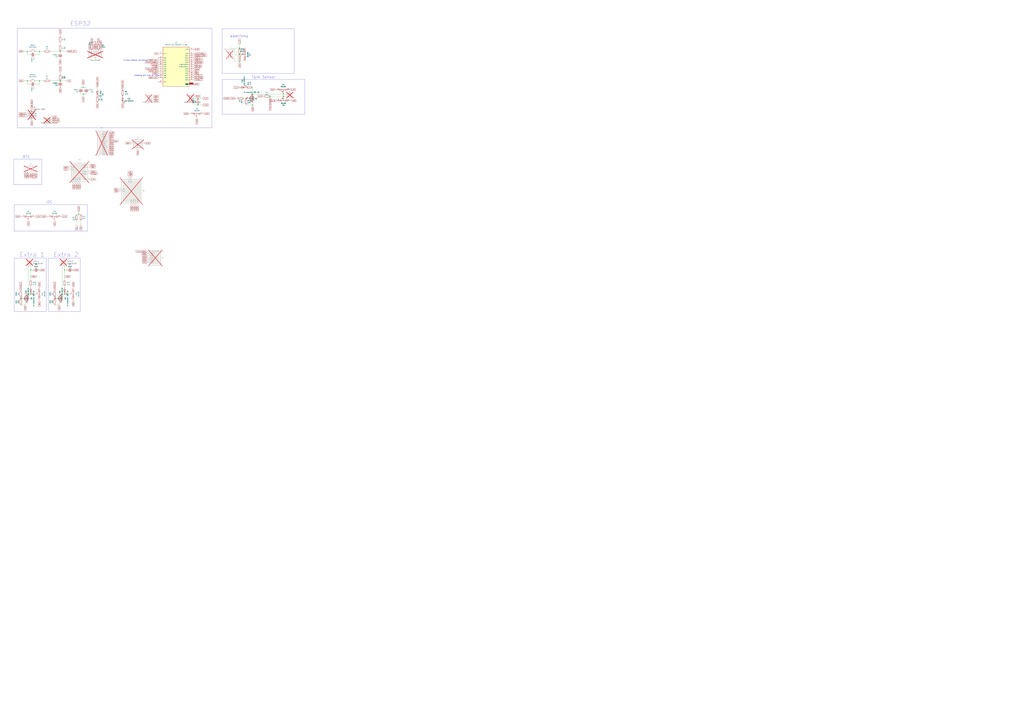
<source format=kicad_sch>
(kicad_sch
	(version 20250114)
	(generator "eeschema")
	(generator_version "9.0")
	(uuid "c26e8d55-0b6e-4c4e-b7c8-b1fed973201c")
	(paper "A0")
	(title_block
		(title "Plant Controller")
		(date "2020-12-21")
		(rev "0.4a")
		(company "C3MA")
	)
	
	(rectangle
		(start 16.51 237.744)
		(end 101.346 268.732)
		(stroke
			(width 0)
			(type default)
		)
		(fill
			(type none)
		)
		(uuid 1ed1aee0-8efb-486a-a550-066a86d5c669)
	)
	(rectangle
		(start 257.81 33.274)
		(end 341.63 85.344)
		(stroke
			(width 0)
			(type default)
		)
		(fill
			(type none)
		)
		(uuid 233c0351-cfd2-4f9e-b811-79c52fcb584d)
	)
	(rectangle
		(start 20.066 32.766)
		(end 246.126 148.59)
		(stroke
			(width 0)
			(type default)
		)
		(fill
			(type none)
		)
		(uuid 3a95b9e0-53dd-4840-b8fb-c11074eed081)
	)
	(rectangle
		(start 257.937 92.329)
		(end 354.076 132.715)
		(stroke
			(width 0)
			(type default)
		)
		(fill
			(type none)
		)
		(uuid 401e2773-4d08-4857-a7c2-f2ab6055fbac)
	)
	(rectangle
		(start 56.134 299.72)
		(end 92.964 361.95)
		(stroke
			(width 0)
			(type default)
		)
		(fill
			(type none)
		)
		(uuid 4b87a272-0a96-40f8-a42c-0bb4a8b95af2)
	)
	(rectangle
		(start 16.764 299.72)
		(end 53.594 361.95)
		(stroke
			(width 0)
			(type default)
		)
		(fill
			(type none)
		)
		(uuid 9180d8ab-03ef-414a-9b16-36a21edb22c2)
	)
	(rectangle
		(start 15.748 184.912)
		(end 48.26 214.63)
		(stroke
			(width 0)
			(type default)
		)
		(fill
			(type none)
		)
		(uuid f1cb09e6-74b4-43c4-8247-c9f441069dc5)
	)
	(text "To Allow Wakeup via interrupt"
		(exclude_from_sim no)
		(at 157.734 70.104 0)
		(effects
			(font
				(size 1.27 1.27)
			)
		)
		(uuid "2a2b2787-1ab7-4400-91a4-ad0dd84a1701")
	)
	(text "ESP32"
		(exclude_from_sim no)
		(at 81.28 30.48 0)
		(effects
			(font
				(size 5 5)
			)
			(justify left bottom)
		)
		(uuid "3279e749-d62b-45dc-920c-a4d4fc61f21f")
	)
	(text "Tank Sensor"
		(exclude_from_sim no)
		(at 292.1 91.44 0)
		(effects
			(font
				(size 3 3)
			)
			(justify left bottom)
		)
		(uuid "45d00ce1-d24d-4745-b54e-c4c2e50e0191")
	)
	(text "WaterTemp"
		(exclude_from_sim no)
		(at 266.954 43.688 0)
		(effects
			(font
				(size 2.667 2.667)
			)
			(justify left bottom)
		)
		(uuid "59c9990c-80fa-43e9-8e04-020dc8e86397")
	)
	(text "strapping pint must be high"
		(exclude_from_sim no)
		(at 169.672 87.63 0)
		(effects
			(font
				(size 1.27 1.27)
			)
		)
		(uuid "7b27cd3b-0694-416b-8a4d-db02b61ad3f5")
	)
	(text "Extra 2"
		(exclude_from_sim no)
		(at 61.976 299.212 0)
		(effects
			(font
				(size 5.2578 5.2578)
			)
			(justify left bottom)
		)
		(uuid "7d4d3c2e-0309-4db4-bb1b-ebcee691b404")
	)
	(text "I2C\n"
		(exclude_from_sim no)
		(at 53.34 236.728 0)
		(effects
			(font
				(size 3 3)
			)
			(justify left bottom)
		)
		(uuid "7ded9190-4a97-4053-98a7-9fc80b60531c")
	)
	(text "RTC"
		(exclude_from_sim no)
		(at 26.416 184.15 0)
		(effects
			(font
				(size 3 3)
			)
			(justify left bottom)
		)
		(uuid "9240960d-2696-4574-a275-d22681c8f19f")
	)
	(text "Extra 1"
		(exclude_from_sim no)
		(at 22.606 299.212 0)
		(effects
			(font
				(size 5.2578 5.2578)
			)
			(justify left bottom)
		)
		(uuid "bb806151-ed93-4260-a513-d3f8a6d3ffec")
	)
	(junction
		(at 31.75 59.69)
		(diameter 0)
		(color 0 0 0 0)
		(uuid "0c801748-df91-4145-83f3-9b19cb585cd0")
	)
	(junction
		(at 35.56 341.63)
		(diameter 0)
		(color 0 0 0 0)
		(uuid "2bef4bea-bb62-4daf-b15b-75895c8a59b4")
	)
	(junction
		(at 33.02 341.63)
		(diameter 0)
		(color 0 0 0 0)
		(uuid "2bf0bdd6-2ca0-4de5-a401-4629c798d1e3")
	)
	(junction
		(at 69.85 59.69)
		(diameter 0)
		(color 0 0 0 0)
		(uuid "44bf766d-2222-4637-ada1-6cbff94abbf8")
	)
	(junction
		(at 278.13 63.5)
		(diameter 0)
		(color 0 0 0 0)
		(uuid "46c0ba75-4154-464f-9e5c-4307b07d2698")
	)
	(junction
		(at 91.44 248.92)
		(diameter 0)
		(color 0 0 0 0)
		(uuid "59cefdea-f0fc-4a2c-8ab5-1fb284bbff64")
	)
	(junction
		(at 35.56 313.69)
		(diameter 0)
		(color 0 0 0 0)
		(uuid "7c4ad104-5060-4b7f-8d45-809ed7f43289")
	)
	(junction
		(at 229.87 121.92)
		(diameter 0)
		(color 0 0 0 0)
		(uuid "80d65bc6-dba9-4812-bdea-0cc2f75d7859")
	)
	(junction
		(at 45.72 59.69)
		(diameter 0)
		(color 0 0 0 0)
		(uuid "a3104c80-278d-416a-b409-fd08d784c6c7")
	)
	(junction
		(at 293.37 121.92)
		(diameter 0)
		(color 0 0 0 0)
		(uuid "a9f9fd58-5fa0-4a3e-95c3-fc0252fa5af0")
	)
	(junction
		(at 285.75 114.3)
		(diameter 0)
		(color 0 0 0 0)
		(uuid "b0e4d6c4-9f37-4b7c-a61f-79c11d6c2915")
	)
	(junction
		(at 328.93 109.22)
		(diameter 0)
		(color 0 0 0 0)
		(uuid "b45885ae-1b76-41c5-80ca-f3da7767748a")
	)
	(junction
		(at 24.13 346.71)
		(diameter 0)
		(color 0 0 0 0)
		(uuid "c29ddec9-e0e6-459d-aa76-01ba1da21bc6")
	)
	(junction
		(at 45.72 93.98)
		(diameter 0)
		(color 0 0 0 0)
		(uuid "c39add44-ba76-41fb-8f18-28fa0366e282")
	)
	(junction
		(at 293.37 109.22)
		(diameter 0)
		(color 0 0 0 0)
		(uuid "ca4591fd-bdc7-468a-a08c-130470748ee6")
	)
	(junction
		(at 72.39 341.63)
		(diameter 0)
		(color 0 0 0 0)
		(uuid "cd5c9130-70fb-4c6b-8ad5-eb6ea3ac0bdb")
	)
	(junction
		(at 31.75 93.98)
		(diameter 0)
		(color 0 0 0 0)
		(uuid "d2b0a197-1410-44de-bdc3-e63959ff5b39")
	)
	(junction
		(at 313.69 111.76)
		(diameter 0)
		(color 0 0 0 0)
		(uuid "d5a62d30-8595-4b2d-b77f-2c8c05e3af0b")
	)
	(junction
		(at 278.13 71.12)
		(diameter 0)
		(color 0 0 0 0)
		(uuid "d799f9e7-9ba0-4c73-ab01-d2e64da7f370")
	)
	(junction
		(at 229.87 114.3)
		(diameter 0)
		(color 0 0 0 0)
		(uuid "d87ec7ee-a984-4873-af6a-591dbaf9505a")
	)
	(junction
		(at 74.93 313.69)
		(diameter 0)
		(color 0 0 0 0)
		(uuid "db211aab-6cf1-4a4c-b2bd-2355f82384e0")
	)
	(junction
		(at 328.93 111.76)
		(diameter 0)
		(color 0 0 0 0)
		(uuid "df6d7758-99c5-489b-9654-8c13c4c38e3d")
	)
	(junction
		(at 278.13 55.88)
		(diameter 0)
		(color 0 0 0 0)
		(uuid "e02eebd3-438f-4aea-a333-95525a446142")
	)
	(junction
		(at 96.52 109.22)
		(diameter 0)
		(color 0 0 0 0)
		(uuid "eccbfa59-0c6d-47df-8d18-db1d8a427072")
	)
	(junction
		(at 69.85 93.98)
		(diameter 0)
		(color 0 0 0 0)
		(uuid "ed603a96-a752-490d-9f6b-e11a5c28a267")
	)
	(junction
		(at 96.52 101.6)
		(diameter 0)
		(color 0 0 0 0)
		(uuid "f1a67806-2122-488a-be9e-3def99cac9b4")
	)
	(junction
		(at 74.93 341.63)
		(diameter 0)
		(color 0 0 0 0)
		(uuid "f411ed64-9cd8-41e6-9c45-19388dc3fd14")
	)
	(junction
		(at 63.5 346.71)
		(diameter 0)
		(color 0 0 0 0)
		(uuid "fb2b919c-6424-4e40-bed3-beeb848f4f99")
	)
	(no_connect
		(at 31.75 200.66)
		(uuid "133b7027-41a1-4e09-a1e6-24d8bb033b2a")
	)
	(no_connect
		(at 184.15 67.31)
		(uuid "6d645bf1-339f-4b38-a26a-bdd168ca591e")
	)
	(no_connect
		(at 41.91 134.62)
		(uuid "6e3bf7f5-ac34-42e8-8ef5-a375f9ec4670")
	)
	(no_connect
		(at 29.21 200.66)
		(uuid "a8b1637e-8d2e-4941-b9bd-532be9ff9ba7")
	)
	(no_connect
		(at 41.91 132.08)
		(uuid "d86b8e60-6beb-4fca-8d73-f997d63653a6")
	)
	(no_connect
		(at 184.15 87.63)
		(uuid "f3c5dacd-33c5-408d-ad7a-be143502967e")
	)
	(wire
		(pts
			(xy 41.91 63.5) (xy 45.72 63.5)
		)
		(stroke
			(width 0)
			(type default)
		)
		(uuid "0177a789-58ee-4342-a75b-6dc9759a0292")
	)
	(wire
		(pts
			(xy 74.93 341.63) (xy 80.01 341.63)
		)
		(stroke
			(width 0)
			(type default)
		)
		(uuid "120ebb1b-6e37-49ed-b620-6eb109e270e3")
	)
	(wire
		(pts
			(xy 71.12 351.79) (xy 68.58 351.79)
		)
		(stroke
			(width 0)
			(type default)
		)
		(uuid "12d48094-20d6-4dd4-9b87-9b37592b7583")
	)
	(wire
		(pts
			(xy 96.52 109.22) (xy 96.52 111.76)
		)
		(stroke
			(width 0)
			(type default)
		)
		(uuid "1ab70c7f-b32b-445d-9855-6db940558137")
	)
	(wire
		(pts
			(xy 43.18 59.69) (xy 45.72 59.69)
		)
		(stroke
			(width 0)
			(type default)
		)
		(uuid "1ca63fb6-baf6-4191-bb5e-78a70eea690f")
	)
	(wire
		(pts
			(xy 229.87 114.3) (xy 234.95 114.3)
		)
		(stroke
			(width 0)
			(type default)
		)
		(uuid "1ee75389-371d-4303-a4c9-a6fef7dc46c8")
	)
	(wire
		(pts
			(xy 69.85 93.98) (xy 77.47 93.98)
		)
		(stroke
			(width 0)
			(type default)
		)
		(uuid "21cbfe94-5ca9-4e05-91f8-af8286db52f0")
	)
	(wire
		(pts
			(xy 275.59 114.3) (xy 274.32 114.3)
		)
		(stroke
			(width 0)
			(type default)
		)
		(uuid "2b5e2002-4910-4b28-b2af-64df078c8f37")
	)
	(wire
		(pts
			(xy 24.13 345.44) (xy 24.13 346.71)
		)
		(stroke
			(width 0)
			(type default)
		)
		(uuid "2daf10fb-bf25-4624-8b12-9ecb2739a811")
	)
	(wire
		(pts
			(xy 34.29 97.79) (xy 31.75 97.79)
		)
		(stroke
			(width 0)
			(type default)
		)
		(uuid "31699884-19e8-4f5a-acb0-7aab16d601da")
	)
	(wire
		(pts
			(xy 45.72 63.5) (xy 45.72 59.69)
		)
		(stroke
			(width 0)
			(type default)
		)
		(uuid "31bf5f35-13b7-4fbb-8116-6685511be1f0")
	)
	(wire
		(pts
			(xy 29.21 351.79) (xy 29.21 354.33)
		)
		(stroke
			(width 0)
			(type default)
		)
		(uuid "31ffa7ad-1b60-4f81-a75d-759e6c99fc66")
	)
	(wire
		(pts
			(xy 35.56 313.69) (xy 35.56 309.88)
		)
		(stroke
			(width 0)
			(type default)
		)
		(uuid "3485c98e-42fd-4962-baeb-f49dc1271407")
	)
	(wire
		(pts
			(xy 278.13 52.07) (xy 278.13 55.88)
		)
		(stroke
			(width 0)
			(type default)
		)
		(uuid "36492ecb-e83c-44ed-bce9-108634ac94ff")
	)
	(wire
		(pts
			(xy 35.56 341.63) (xy 40.64 341.63)
		)
		(stroke
			(width 0)
			(type default)
		)
		(uuid "398bc1ad-11e7-49fc-bab0-36ac7dcafc65")
	)
	(wire
		(pts
			(xy 31.75 351.79) (xy 29.21 351.79)
		)
		(stroke
			(width 0)
			(type default)
		)
		(uuid "3a08e8bf-f632-4ee9-8c81-38720a917cf3")
	)
	(wire
		(pts
			(xy 96.52 101.6) (xy 100.33 101.6)
		)
		(stroke
			(width 0)
			(type default)
		)
		(uuid "3dce1630-8f07-4681-bb48-60204f907b65")
	)
	(wire
		(pts
			(xy 74.93 313.69) (xy 74.93 325.12)
		)
		(stroke
			(width 0)
			(type default)
		)
		(uuid "3ff42459-900c-4649-bbc4-ab8737f50082")
	)
	(wire
		(pts
			(xy 72.39 309.88) (xy 72.39 341.63)
		)
		(stroke
			(width 0)
			(type default)
		)
		(uuid "44ae3783-0bc5-433b-8db2-8b8f87531e12")
	)
	(wire
		(pts
			(xy 226.06 114.3) (xy 229.87 114.3)
		)
		(stroke
			(width 0)
			(type default)
		)
		(uuid "44b868eb-c1c8-4396-a25b-1ed4bffa5df2")
	)
	(wire
		(pts
			(xy 271.78 55.88) (xy 278.13 55.88)
		)
		(stroke
			(width 0)
			(type default)
		)
		(uuid "466941da-e72c-4754-9ae3-e5f3e0803017")
	)
	(wire
		(pts
			(xy 320.04 104.14) (xy 321.31 104.14)
		)
		(stroke
			(width 0)
			(type default)
		)
		(uuid "4763bbcb-eda9-4ab0-ad66-1b29bb694dd2")
	)
	(wire
		(pts
			(xy 31.75 59.69) (xy 33.02 59.69)
		)
		(stroke
			(width 0)
			(type default)
		)
		(uuid "483615ee-41ef-48f3-bab8-747913a3b96f")
	)
	(wire
		(pts
			(xy 74.93 313.69) (xy 74.93 309.88)
		)
		(stroke
			(width 0)
			(type default)
		)
		(uuid "4856e7d5-dad7-4499-8e48-3f7304874107")
	)
	(wire
		(pts
			(xy 35.56 313.69) (xy 38.1 313.69)
		)
		(stroke
			(width 0)
			(type default)
		)
		(uuid "4abb9a39-702d-4e8c-a8d7-0cf6650dcf1a")
	)
	(wire
		(pts
			(xy 69.85 86.36) (xy 69.85 83.82)
		)
		(stroke
			(width 0)
			(type default)
		)
		(uuid "4bb38bb9-7c08-4826-a42b-21192907f190")
	)
	(wire
		(pts
			(xy 69.85 59.69) (xy 77.47 59.69)
		)
		(stroke
			(width 0)
			(type default)
		)
		(uuid "5256d83b-af0e-4569-b35e-4538fa9f0c95")
	)
	(wire
		(pts
			(xy 31.75 93.98) (xy 31.75 97.79)
		)
		(stroke
			(width 0)
			(type default)
		)
		(uuid "536ecfb7-07b7-4bf3-b53a-4fdb8c0b7f89")
	)
	(wire
		(pts
			(xy 45.72 59.69) (xy 50.8 59.69)
		)
		(stroke
			(width 0)
			(type default)
		)
		(uuid "54ca3150-def0-4bc3-8825-96aab67dcdc1")
	)
	(wire
		(pts
			(xy 69.85 49.53) (xy 69.85 52.07)
		)
		(stroke
			(width 0)
			(type default)
		)
		(uuid "55bd0438-7295-46aa-bd32-0ce2fda20b0b")
	)
	(wire
		(pts
			(xy 293.37 109.22) (xy 328.93 109.22)
		)
		(stroke
			(width 0)
			(type default)
		)
		(uuid "60a62d88-28f4-4168-abad-a0a075987d66")
	)
	(wire
		(pts
			(xy 219.71 132.08) (xy 220.98 132.08)
		)
		(stroke
			(width 0)
			(type default)
		)
		(uuid "62e15c17-7df5-475e-b103-0d4f69dd85c3")
	)
	(wire
		(pts
			(xy 226.06 116.84) (xy 226.06 121.92)
		)
		(stroke
			(width 0)
			(type default)
		)
		(uuid "644eabac-1c27-416e-bf4d-750948deadf2")
	)
	(wire
		(pts
			(xy 27.94 93.98) (xy 31.75 93.98)
		)
		(stroke
			(width 0)
			(type default)
		)
		(uuid "658cd722-822e-4271-af54-fd25a45efbeb")
	)
	(wire
		(pts
			(xy 74.93 334.01) (xy 74.93 332.74)
		)
		(stroke
			(width 0)
			(type default)
		)
		(uuid "666ce09a-0a0c-491a-bb39-4cbbb328181f")
	)
	(wire
		(pts
			(xy 72.39 341.63) (xy 71.12 341.63)
		)
		(stroke
			(width 0)
			(type default)
		)
		(uuid "6d047e78-eceb-4684-ac3f-c76ea2db8034")
	)
	(wire
		(pts
			(xy 69.85 59.69) (xy 69.85 60.96)
		)
		(stroke
			(width 0)
			(type default)
		)
		(uuid "700ef27d-1afc-4474-9c7e-7495dfb2cd41")
	)
	(wire
		(pts
			(xy 91.44 246.38) (xy 91.44 248.92)
		)
		(stroke
			(width 0)
			(type default)
		)
		(uuid "70866635-ddea-48d8-8718-83534d7ee14b")
	)
	(wire
		(pts
			(xy 96.52 99.06) (xy 96.52 101.6)
		)
		(stroke
			(width 0)
			(type default)
		)
		(uuid "722ee4f9-72ec-47c5-8af9-2593b457c9f6")
	)
	(wire
		(pts
			(xy 63.5 345.44) (xy 63.5 346.71)
		)
		(stroke
			(width 0)
			(type default)
		)
		(uuid "74091b03-ef55-4172-9d0a-d152352c23d4")
	)
	(wire
		(pts
			(xy 93.98 101.6) (xy 96.52 101.6)
		)
		(stroke
			(width 0)
			(type default)
		)
		(uuid "74b2227a-fa56-4549-b733-9557b9413712")
	)
	(wire
		(pts
			(xy 45.72 93.98) (xy 45.72 97.79)
		)
		(stroke
			(width 0)
			(type default)
		)
		(uuid "76babe23-9fed-45a3-9579-567c56af29ba")
	)
	(wire
		(pts
			(xy 33.02 341.63) (xy 35.56 341.63)
		)
		(stroke
			(width 0)
			(type default)
		)
		(uuid "79efefe3-2f9a-4adc-8d8e-3d3c4fd080ba")
	)
	(wire
		(pts
			(xy 34.29 63.5) (xy 31.75 63.5)
		)
		(stroke
			(width 0)
			(type default)
		)
		(uuid "7d485185-3d6f-4ba3-a470-0c5cd8a21f08")
	)
	(wire
		(pts
			(xy 31.75 93.98) (xy 33.02 93.98)
		)
		(stroke
			(width 0)
			(type default)
		)
		(uuid "7e0b43c8-36f8-4add-a349-afdc2cb53952")
	)
	(wire
		(pts
			(xy 271.78 71.12) (xy 278.13 71.12)
		)
		(stroke
			(width 0)
			(type default)
		)
		(uuid "80434ffa-f919-4d72-8038-56a22544dbf9")
	)
	(wire
		(pts
			(xy 93.98 109.22) (xy 96.52 109.22)
		)
		(stroke
			(width 0)
			(type default)
		)
		(uuid "8407ac68-3faf-4589-b1de-98116c7b6a4f")
	)
	(wire
		(pts
			(xy 278.13 63.5) (xy 279.4 63.5)
		)
		(stroke
			(width 0)
			(type default)
		)
		(uuid "85d1d84c-fd22-4545-baea-ced839ab08b1")
	)
	(wire
		(pts
			(xy 24.13 251.46) (xy 25.4 251.46)
		)
		(stroke
			(width 0)
			(type default)
		)
		(uuid "8c027af5-0ec1-4c51-959c-ea99286f05f4")
	)
	(wire
		(pts
			(xy 113.03 101.6) (xy 113.03 104.14)
		)
		(stroke
			(width 0)
			(type default)
		)
		(uuid "906456f1-74dc-4cc0-8aa6-e1b12a5b0326")
	)
	(wire
		(pts
			(xy 271.78 66.04) (xy 271.78 71.12)
		)
		(stroke
			(width 0)
			(type default)
		)
		(uuid "91e75e41-3d05-4931-9e4d-b6a0534378d1")
	)
	(wire
		(pts
			(xy 285.75 121.92) (xy 293.37 121.92)
		)
		(stroke
			(width 0)
			(type default)
		)
		(uuid "91ee550a-c477-47ca-85c9-86517cb173f8")
	)
	(wire
		(pts
			(xy 68.58 351.79) (xy 68.58 354.33)
		)
		(stroke
			(width 0)
			(type default)
		)
		(uuid "93314357-f2cf-4957-a6b1-9d033873da88")
	)
	(wire
		(pts
			(xy 293.37 121.92) (xy 293.37 123.19)
		)
		(stroke
			(width 0)
			(type default)
		)
		(uuid "93c0481b-aacd-483f-a8cc-de3fae8dd8cf")
	)
	(wire
		(pts
			(xy 88.9 256.54) (xy 88.9 261.62)
		)
		(stroke
			(width 0)
			(type default)
		)
		(uuid "93c17db2-793e-4a58-8c7e-ff5af9ec0b01")
	)
	(wire
		(pts
			(xy 226.06 121.92) (xy 229.87 121.92)
		)
		(stroke
			(width 0)
			(type default)
		)
		(uuid "97d339c5-225b-44e6-942d-fe692ed2713c")
	)
	(wire
		(pts
			(xy 278.13 71.12) (xy 284.48 71.12)
		)
		(stroke
			(width 0)
			(type default)
		)
		(uuid "99c7b492-11b3-4968-bb47-e0e498beb4f4")
	)
	(wire
		(pts
			(xy 93.98 261.62) (xy 93.98 256.54)
		)
		(stroke
			(width 0)
			(type default)
		)
		(uuid "a0dea2ad-b1d7-490e-8617-4f6f933c9a95")
	)
	(wire
		(pts
			(xy 58.42 93.98) (xy 69.85 93.98)
		)
		(stroke
			(width 0)
			(type default)
		)
		(uuid "a650c4ef-35d1-41cc-a1b8-2f4d039def3e")
	)
	(wire
		(pts
			(xy 45.72 93.98) (xy 50.8 93.98)
		)
		(stroke
			(width 0)
			(type default)
		)
		(uuid "a6f20c79-82b3-4cbc-a418-b3e892edf979")
	)
	(wire
		(pts
			(xy 229.87 121.92) (xy 234.95 121.92)
		)
		(stroke
			(width 0)
			(type default)
		)
		(uuid "a9a80599-37da-40a1-aecd-15d6cb538347")
	)
	(wire
		(pts
			(xy 41.91 97.79) (xy 45.72 97.79)
		)
		(stroke
			(width 0)
			(type default)
		)
		(uuid "b0727bbf-4aa0-4f1f-a393-5a2444607ca8")
	)
	(wire
		(pts
			(xy 43.18 93.98) (xy 45.72 93.98)
		)
		(stroke
			(width 0)
			(type default)
		)
		(uuid "b34bc502-57b5-42ca-a1e3-e37a6b18fa8a")
	)
	(wire
		(pts
			(xy 293.37 121.92) (xy 293.37 119.38)
		)
		(stroke
			(width 0)
			(type default)
		)
		(uuid "b5a66bcd-3d77-4fc3-a7ef-9522ea59d5b4")
	)
	(wire
		(pts
			(xy 278.13 71.12) (xy 278.13 72.39)
		)
		(stroke
			(width 0)
			(type default)
		)
		(uuid "b8e1344d-eebb-405e-bf45-bf7286818846")
	)
	(wire
		(pts
			(xy 72.39 341.63) (xy 74.93 341.63)
		)
		(stroke
			(width 0)
			(type default)
		)
		(uuid "bcbdfbfe-813b-406c-8e78-ecf377694e4b")
	)
	(wire
		(pts
			(xy 278.13 55.88) (xy 284.48 55.88)
		)
		(stroke
			(width 0)
			(type default)
		)
		(uuid "c3c4e6a5-ffd0-4949-b1ed-9dbac4816a31")
	)
	(wire
		(pts
			(xy 31.75 63.5) (xy 31.75 59.69)
		)
		(stroke
			(width 0)
			(type default)
		)
		(uuid "c64f7182-b1d1-414b-8311-bf9c8def56b0")
	)
	(wire
		(pts
			(xy 27.94 59.69) (xy 31.75 59.69)
		)
		(stroke
			(width 0)
			(type default)
		)
		(uuid "c80e2422-7139-49dc-b3f9-625263c3cdf8")
	)
	(wire
		(pts
			(xy 293.37 101.6) (xy 293.37 109.22)
		)
		(stroke
			(width 0)
			(type default)
		)
		(uuid "cad969f2-74fc-4d70-ae1a-5f7c9f1fafe5")
	)
	(wire
		(pts
			(xy 313.69 111.76) (xy 313.69 113.03)
		)
		(stroke
			(width 0)
			(type default)
		)
		(uuid "d015eee5-e700-4aae-9740-7584ac86f2dc")
	)
	(wire
		(pts
			(xy 69.85 40.64) (xy 69.85 41.91)
		)
		(stroke
			(width 0)
			(type default)
		)
		(uuid "d32bf4e8-ecff-4ac9-ad29-ae1c8bda82d7")
	)
	(wire
		(pts
			(xy 33.02 341.63) (xy 31.75 341.63)
		)
		(stroke
			(width 0)
			(type default)
		)
		(uuid "d3a8bba0-f6b8-492c-bd32-cf4f52b3a460")
	)
	(wire
		(pts
			(xy 271.78 60.96) (xy 271.78 55.88)
		)
		(stroke
			(width 0)
			(type default)
		)
		(uuid "db1449f4-7508-4d35-a59d-651f6bb67398")
	)
	(wire
		(pts
			(xy 68.58 354.33) (xy 63.5 354.33)
		)
		(stroke
			(width 0)
			(type default)
		)
		(uuid "de6ae241-6a11-4acc-aa73-4a79d3e05390")
	)
	(wire
		(pts
			(xy 328.93 111.76) (xy 331.47 111.76)
		)
		(stroke
			(width 0)
			(type default)
		)
		(uuid "e1cb434d-ad4f-4f8f-9de9-d90ae9cd1c77")
	)
	(wire
		(pts
			(xy 283.21 114.3) (xy 285.75 114.3)
		)
		(stroke
			(width 0)
			(type default)
		)
		(uuid "e2df7712-ab61-410a-b1b8-e5fe74794534")
	)
	(wire
		(pts
			(xy 54.61 251.46) (xy 55.88 251.46)
		)
		(stroke
			(width 0)
			(type default)
		)
		(uuid "e3114c64-3a58-46b0-a670-c83661c7de49")
	)
	(wire
		(pts
			(xy 313.69 111.76) (xy 328.93 111.76)
		)
		(stroke
			(width 0)
			(type default)
		)
		(uuid "ed1859d2-f596-4cb5-a5ad-7acc9d34a435")
	)
	(wire
		(pts
			(xy 35.56 313.69) (xy 35.56 325.12)
		)
		(stroke
			(width 0)
			(type default)
		)
		(uuid "ed1fd11f-d09d-48a9-9ccc-935ebda3f31e")
	)
	(wire
		(pts
			(xy 58.42 59.69) (xy 69.85 59.69)
		)
		(stroke
			(width 0)
			(type default)
		)
		(uuid "efe43904-6098-445c-abdc-2bc8ca9294e5")
	)
	(wire
		(pts
			(xy 328.93 109.22) (xy 331.47 109.22)
		)
		(stroke
			(width 0)
			(type default)
		)
		(uuid "f0fe1774-fe0e-4df8-8b74-3ff52c87b757")
	)
	(wire
		(pts
			(xy 337.82 116.84) (xy 336.55 116.84)
		)
		(stroke
			(width 0)
			(type default)
		)
		(uuid "f1a50e89-e842-4523-8212-2d0c94809628")
	)
	(wire
		(pts
			(xy 96.52 109.22) (xy 100.33 109.22)
		)
		(stroke
			(width 0)
			(type default)
		)
		(uuid "f1c085fa-3dc9-4e20-974e-d9de9c622474")
	)
	(wire
		(pts
			(xy 29.21 354.33) (xy 24.13 354.33)
		)
		(stroke
			(width 0)
			(type default)
		)
		(uuid "f2e01eb8-dda0-4f4c-a50c-8fd5751acfb1")
	)
	(wire
		(pts
			(xy 35.56 334.01) (xy 35.56 332.74)
		)
		(stroke
			(width 0)
			(type default)
		)
		(uuid "f3bf6e36-aa7c-4ac8-8639-188ecb6b8e30")
	)
	(wire
		(pts
			(xy 88.9 248.92) (xy 91.44 248.92)
		)
		(stroke
			(width 0)
			(type default)
		)
		(uuid "f5e7d45d-4790-4305-9401-f604f4076991")
	)
	(wire
		(pts
			(xy 271.78 63.5) (xy 278.13 63.5)
		)
		(stroke
			(width 0)
			(type default)
		)
		(uuid "f9c01c92-19e3-4daa-9743-ed08778d5561")
	)
	(wire
		(pts
			(xy 33.02 309.88) (xy 33.02 341.63)
		)
		(stroke
			(width 0)
			(type default)
		)
		(uuid "fa43ccc0-370c-4fdb-a0d8-dd3f4f7e79e7")
	)
	(wire
		(pts
			(xy 74.93 313.69) (xy 77.47 313.69)
		)
		(stroke
			(width 0)
			(type default)
		)
		(uuid "fcaf42a8-4767-4fa9-907c-897f08df9f9c")
	)
	(wire
		(pts
			(xy 91.44 248.92) (xy 93.98 248.92)
		)
		(stroke
			(width 0)
			(type default)
		)
		(uuid "ff6dab05-366f-49e5-b875-92ab1629809b")
	)
	(global_label "GND"
		(shape input)
		(at 85.09 334.01 90)
		(fields_autoplaced yes)
		(effects
			(font
				(size 1.27 1.27)
			)
			(justify left)
		)
		(uuid "01f0ce47-812c-4593-960f-ca9592317683")
		(property "Intersheetrefs" "${INTERSHEET_REFS}"
			(at 85.09 327.1543 90)
			(effects
				(font
					(size 1.27 1.27)
				)
				(justify left)
				(hide yes)
			)
		)
	)
	(global_label "TANK_SENSOR"
		(shape input)
		(at 184.15 80.01 180)
		(fields_autoplaced yes)
		(effects
			(font
				(size 1.27 1.27)
			)
			(justify right)
		)
		(uuid "0277878d-a4a6-4231-8b67-d156df63670e")
		(property "Intersheetrefs" "${INTERSHEET_REFS}"
			(at 168.6957 80.01 0)
			(effects
				(font
					(size 1.27 1.27)
				)
				(justify right)
				(hide yes)
			)
		)
	)
	(global_label "GND"
		(shape input)
		(at 337.82 116.84 0)
		(fields_autoplaced yes)
		(effects
			(font
				(size 1.27 1.27)
			)
			(justify left)
		)
		(uuid "05c81bef-81a5-4a36-ab49-e60fb7156524")
		(property "Intersheetrefs" "${INTERSHEET_REFS}"
			(at 343.9421 116.84 0)
			(effects
				(font
					(size 1.27 1.27)
				)
				(justify left)
				(hide yes)
			)
		)
	)
	(global_label "3_3V"
		(shape input)
		(at 321.31 116.84 180)
		(fields_autoplaced yes)
		(effects
			(font
				(size 1.27 1.27)
			)
			(justify right)
		)
		(uuid "05d6d37f-4aa5-4dd8-a14c-e60a7d890ed1")
		(property "Intersheetrefs" "${INTERSHEET_REFS}"
			(at 314.5832 116.84 0)
			(effects
				(font
					(size 1.27 1.27)
				)
				(justify right)
				(hide yes)
			)
		)
	)
	(global_label "VBAT"
		(shape input)
		(at 152.4 205.74 90)
		(fields_autoplaced yes)
		(effects
			(font
				(size 1.27 1.27)
			)
			(justify left)
		)
		(uuid "06c8a595-7bf2-4dd7-a4f0-ac17b2d46649")
		(property "Intersheetrefs" "${INTERSHEET_REFS}"
			(at 152.4 198.9942 90)
			(effects
				(font
					(size 1.27 1.27)
				)
				(justify left)
				(hide yes)
			)
		)
	)
	(global_label "GND"
		(shape input)
		(at 320.04 104.14 180)
		(fields_autoplaced yes)
		(effects
			(font
				(size 1.27 1.27)
			)
			(justify right)
		)
		(uuid "07eb776c-3b6c-493d-938d-f5eeb93bb30f")
		(property "Intersheetrefs" "${INTERSHEET_REFS}"
			(at 313.9179 104.14 0)
			(effects
				(font
					(size 1.27 1.27)
				)
				(justify right)
				(hide yes)
			)
		)
	)
	(global_label "GND"
		(shape input)
		(at 96.52 99.06 90)
		(fields_autoplaced yes)
		(effects
			(font
				(size 1.27 1.27)
			)
			(justify left)
		)
		(uuid "07f2735a-5fa4-495f-a960-1a2fafe677bd")
		(property "Intersheetrefs" "${INTERSHEET_REFS}"
			(at 96.52 92.9379 90)
			(effects
				(font
					(size 1.27 1.27)
				)
				(justify left)
				(hide yes)
			)
		)
	)
	(global_label "3_3V"
		(shape input)
		(at 149.86 205.74 90)
		(fields_autoplaced yes)
		(effects
			(font
				(size 1.27 1.27)
			)
			(justify left)
		)
		(uuid "09a7e979-4a18-4d80-a7c2-c9c10cdbfd9d")
		(property "Intersheetrefs" "${INTERSHEET_REFS}"
			(at 149.86 198.9338 90)
			(effects
				(font
					(size 1.27 1.27)
				)
				(justify left)
				(hide yes)
			)
		)
	)
	(global_label "GND"
		(shape input)
		(at 226.06 111.76 0)
		(fields_autoplaced yes)
		(effects
			(font
				(size 1.27 1.27)
			)
			(justify left)
		)
		(uuid "09df9ed6-1e8f-41ca-830c-ab300f318c83")
		(property "Intersheetrefs" "${INTERSHEET_REFS}"
			(at 232.2615 111.76 0)
			(effects
				(font
					(size 1.27 1.27)
				)
				(justify left)
				(hide yes)
			)
		)
	)
	(global_label "WORKING"
		(shape input)
		(at 224.79 72.39 0)
		(fields_autoplaced yes)
		(effects
			(font
				(size 1.27 1.27)
			)
			(justify left)
		)
		(uuid "0af53f6a-ea11-4d73-a8d1-f63ebcdc2e54")
		(property "Intersheetrefs" "${INTERSHEET_REFS}"
			(at 235.6482 72.39 0)
			(effects
				(font
					(size 1.27 1.27)
				)
				(justify left)
				(hide yes)
			)
		)
	)
	(global_label "Charge"
		(shape input)
		(at 184.15 74.93 180)
		(fields_autoplaced yes)
		(effects
			(font
				(size 1.27 1.27)
			)
			(justify right)
		)
		(uuid "0d0161bc-7240-4eee-8726-d1822cffb0f6")
		(property "Intersheetrefs" "${INTERSHEET_REFS}"
			(at 175.2272 74.93 0)
			(effects
				(font
					(size 1.27 1.27)
				)
				(justify right)
				(hide yes)
			)
		)
	)
	(global_label "USB_D-"
		(shape input)
		(at 109.22 58.42 90)
		(fields_autoplaced yes)
		(effects
			(font
				(size 1.27 1.27)
			)
			(justify left)
		)
		(uuid "0d994ccb-a63f-4416-9894-9ddfda536836")
		(property "Intersheetrefs" "${INTERSHEET_REFS}"
			(at 109.22 48.469 90)
			(effects
				(font
					(size 1.27 1.27)
				)
				(justify left)
				(hide yes)
			)
		)
	)
	(global_label "GND"
		(shape input)
		(at 154.94 238.76 270)
		(fields_autoplaced yes)
		(effects
			(font
				(size 1.27 1.27)
			)
			(justify right)
		)
		(uuid "0e2ae4f1-4564-4982-956b-ea4c210979bf")
		(property "Intersheetrefs" "${INTERSHEET_REFS}"
			(at 154.94 244.9615 90)
			(effects
				(font
					(size 1.27 1.27)
				)
				(justify right)
				(hide yes)
			)
		)
	)
	(global_label "LED_ENABLE"
		(shape input)
		(at 171.45 292.1 180)
		(fields_autoplaced yes)
		(effects
			(font
				(size 1.27 1.27)
			)
			(justify right)
		)
		(uuid "11cc9fe3-80f4-40f0-bfcd-ee01b4fd2a55")
		(property "Intersheetrefs" "${INTERSHEET_REFS}"
			(at 157.6891 292.1 0)
			(effects
				(font
					(size 1.27 1.27)
				)
				(justify right)
				(hide yes)
			)
		)
	)
	(global_label "SDA"
		(shape input)
		(at 36.83 200.66 270)
		(fields_autoplaced yes)
		(effects
			(font
				(size 1.27 1.27)
			)
			(justify right)
		)
		(uuid "15df726b-dd98-4aca-996c-07a91cdb9d7a")
		(property "Intersheetrefs" "${INTERSHEET_REFS}"
			(at 36.83 206.5591 90)
			(effects
				(font
					(size 1.27 1.27)
				)
				(justify right)
				(hide yes)
			)
		)
	)
	(global_label "GND"
		(shape input)
		(at 171.45 297.18 180)
		(fields_autoplaced yes)
		(effects
			(font
				(size 1.27 1.27)
			)
			(justify right)
		)
		(uuid "1acf831d-2a29-4a4e-a38c-6e35bf2b277f")
		(property "Intersheetrefs" "${INTERSHEET_REFS}"
			(at 165.2485 297.18 0)
			(effects
				(font
					(size 1.27 1.27)
				)
				(justify right)
				(hide yes)
			)
		)
	)
	(global_label "SDA"
		(shape input)
		(at 177.8 116.84 0)
		(fields_autoplaced yes)
		(effects
			(font
				(size 1.27 1.27)
			)
			(justify left)
		)
		(uuid "1c205131-2195-4fc5-98ca-0cab3ff1b276")
		(property "Intersheetrefs" "${INTERSHEET_REFS}"
			(at 183.6197 116.84 0)
			(effects
				(font
					(size 1.27 1.27)
				)
				(justify left)
				(hide yes)
			)
		)
	)
	(global_label "GND"
		(shape input)
		(at 293.37 123.19 270)
		(fields_autoplaced yes)
		(effects
			(font
				(size 1.27 1.27)
			)
			(justify right)
		)
		(uuid "20826301-241c-4b61-8480-c1231645cf78")
		(property "Intersheetrefs" "${INTERSHEET_REFS}"
			(at 293.37 129.3121 90)
			(effects
				(font
					(size 1.27 1.27)
				)
				(justify right)
				(hide yes)
			)
		)
	)
	(global_label "VBAT"
		(shape input)
		(at 85.09 349.25 270)
		(fields_autoplaced yes)
		(effects
			(font
				(size 1.27 1.27)
			)
			(justify right)
		)
		(uuid "23c912c6-12c3-411c-bd7f-baaa5f29c31c")
		(property "Intersheetrefs" "${INTERSHEET_REFS}"
			(at 85.09 356.65 90)
			(effects
				(font
					(size 1.27 1.27)
				)
				(justify right)
				(hide yes)
			)
		)
	)
	(global_label "GND"
		(shape input)
		(at 24.13 251.46 180)
		(fields_autoplaced yes)
		(effects
			(font
				(size 1.27 1.27)
			)
			(justify right)
		)
		(uuid "29a5ca9f-ceff-4d1f-9d68-01494322a3e8")
		(property "Intersheetrefs" "${INTERSHEET_REFS}"
			(at 18.0079 251.46 0)
			(effects
				(font
					(size 1.27 1.27)
				)
				(justify right)
				(hide yes)
			)
		)
	)
	(global_label "GND"
		(shape input)
		(at 125.73 176.53 0)
		(fields_autoplaced yes)
		(effects
			(font
				(size 1.27 1.27)
			)
			(justify left)
		)
		(uuid "2b9f7359-b644-478f-ba13-5ea4a3466855")
		(property "Intersheetrefs" "${INTERSHEET_REFS}"
			(at 131.9315 176.53 0)
			(effects
				(font
					(size 1.27 1.27)
				)
				(justify left)
				(hide yes)
			)
		)
	)
	(global_label "USB_BUS"
		(shape input)
		(at 36.83 127 90)
		(fields_autoplaced yes)
		(effects
			(font
				(size 1.27 1.27)
			)
			(justify left)
		)
		(uuid "2c73b682-c34d-4be6-90ef-25750bdd4b53")
		(property "Intersheetrefs" "${INTERSHEET_REFS}"
			(at 36.83 116.0814 90)
			(effects
				(font
					(size 1.27 1.27)
				)
				(justify left)
				(hide yes)
			)
		)
	)
	(global_label "PUMP_ENABLE"
		(shape input)
		(at 184.15 72.39 180)
		(fields_autoplaced yes)
		(effects
			(font
				(size 1.27 1.27)
			)
			(justify right)
		)
		(uuid "2e795b18-a106-4105-bbb4-8c45273e4987")
		(property "Intersheetrefs" "${INTERSHEET_REFS}"
			(at 168.5143 72.39 0)
			(effects
				(font
					(size 1.27 1.27)
				)
				(justify right)
				(hide yes)
			)
		)
	)
	(global_label "SDA"
		(shape input)
		(at 224.79 85.09 0)
		(fields_autoplaced yes)
		(effects
			(font
				(size 1.27 1.27)
			)
			(justify left)
		)
		(uuid "2eebddac-8c2f-4574-8648-38ee33af1472")
		(property "Intersheetrefs" "${INTERSHEET_REFS}"
			(at 230.6891 85.09 0)
			(effects
				(font
					(size 1.27 1.27)
				)
				(justify left)
				(hide yes)
			)
		)
	)
	(global_label "GND"
		(shape input)
		(at 160.02 173.99 270)
		(fields_autoplaced yes)
		(effects
			(font
				(size 1.27 1.27)
			)
			(justify right)
		)
		(uuid "300650e6-036d-445a-a054-e0480cee81f6")
		(property "Intersheetrefs" "${INTERSHEET_REFS}"
			(at 160.02 180.1915 90)
			(effects
				(font
					(size 1.27 1.27)
				)
				(justify right)
				(hide yes)
			)
		)
	)
	(global_label "WORKING"
		(shape input)
		(at 142.24 104.14 90)
		(fields_autoplaced yes)
		(effects
			(font
				(size 1.27 1.27)
			)
			(justify left)
		)
		(uuid "303310f5-7f76-473a-84ff-825ecc4bddd1")
		(property "Intersheetrefs" "${INTERSHEET_REFS}"
			(at 142.24 93.2818 90)
			(effects
				(font
					(size 1.27 1.27)
				)
				(justify left)
				(hide yes)
			)
		)
	)
	(global_label "FLOW"
		(shape input)
		(at 228.6 137.16 270)
		(fields_autoplaced yes)
		(effects
			(font
				(size 1.27 1.27)
			)
			(justify right)
		)
		(uuid "34231fa6-ab62-4cfa-828a-b9604edabdea")
		(property "Intersheetrefs" "${INTERSHEET_REFS}"
			(at 228.6 144.3896 90)
			(effects
				(font
					(size 1.27 1.27)
				)
				(justify right)
				(hide yes)
			)
		)
	)
	(global_label "GND"
		(shape input)
		(at 125.73 171.45 0)
		(fields_autoplaced yes)
		(effects
			(font
				(size 1.27 1.27)
			)
			(justify left)
		)
		(uuid "36226fb3-6951-4568-90f3-daa99e609121")
		(property "Intersheetrefs" "${INTERSHEET_REFS}"
			(at 131.9315 171.45 0)
			(effects
				(font
					(size 1.27 1.27)
				)
				(justify left)
				(hide yes)
			)
		)
	)
	(global_label "GND"
		(shape input)
		(at 125.73 168.91 0)
		(fields_autoplaced yes)
		(effects
			(font
				(size 1.27 1.27)
			)
			(justify left)
		)
		(uuid "36c40c19-19ac-4e9a-9c4c-07e2994aa2a1")
		(property "Intersheetrefs" "${INTERSHEET_REFS}"
			(at 131.9315 168.91 0)
			(effects
				(font
					(size 1.27 1.27)
				)
				(justify left)
				(hide yes)
			)
		)
	)
	(global_label "GND"
		(shape input)
		(at 224.79 97.79 0)
		(fields_autoplaced yes)
		(effects
			(font
				(size 1.27 1.27)
			)
			(justify left)
		)
		(uuid "3952489d-2258-4eb0-b36f-fed0b81dc0f7")
		(property "Intersheetrefs" "${INTERSHEET_REFS}"
			(at 230.9121 97.79 0)
			(effects
				(font
					(size 1.27 1.27)
				)
				(justify left)
				(hide yes)
			)
		)
	)
	(global_label "EXTRA_2"
		(shape input)
		(at 63.5 337.82 90)
		(fields_autoplaced yes)
		(effects
			(font
				(size 1.27 1.27)
			)
			(justify left)
		)
		(uuid "3ab962ab-f8c1-4e7d-ba3a-b62909df85fe")
		(property "Intersheetrefs" "${INTERSHEET_REFS}"
			(at 63.5 327.6272 90)
			(effects
				(font
					(size 1.27 1.27)
				)
				(justify left)
				(hide yes)
			)
		)
	)
	(global_label "GND"
		(shape input)
		(at 171.45 302.26 180)
		(fields_autoplaced yes)
		(effects
			(font
				(size 1.27 1.27)
			)
			(justify right)
		)
		(uuid "3adfe8c5-95ca-4799-9787-aad655ffd5a2")
		(property "Intersheetrefs" "${INTERSHEET_REFS}"
			(at 165.2485 302.26 0)
			(effects
				(font
					(size 1.27 1.27)
				)
				(justify right)
				(hide yes)
			)
		)
	)
	(global_label "EXTRA_1"
		(shape input)
		(at 24.13 337.82 90)
		(fields_autoplaced yes)
		(effects
			(font
				(size 1.27 1.27)
			)
			(justify left)
		)
		(uuid "428764c2-dec7-4bbb-9ce6-8a82503ab149")
		(property "Intersheetrefs" "${INTERSHEET_REFS}"
			(at 24.13 327.6272 90)
			(effects
				(font
					(size 1.27 1.27)
				)
				(justify left)
				(hide yes)
			)
		)
	)
	(global_label "VBAT"
		(shape input)
		(at 104.14 194.31 0)
		(fields_autoplaced yes)
		(effects
			(font
				(size 1.27 1.27)
			)
			(justify left)
		)
		(uuid "4460be89-aeb8-4588-81b4-86e5166a9474")
		(property "Intersheetrefs" "${INTERSHEET_REFS}"
			(at 110.8858 194.31 0)
			(effects
				(font
					(size 1.27 1.27)
				)
				(justify left)
				(hide yes)
			)
		)
	)
	(global_label "EXTRA_1"
		(shape input)
		(at 224.79 92.71 0)
		(fields_autoplaced yes)
		(effects
			(font
				(size 1.27 1.27)
			)
			(justify left)
		)
		(uuid "4635eda0-e395-42c7-9764-c7b7fc3019ec")
		(property "Intersheetrefs" "${INTERSHEET_REFS}"
			(at 234.9828 92.71 0)
			(effects
				(font
					(size 1.27 1.27)
				)
				(justify left)
				(hide yes)
			)
		)
	)
	(global_label "GND"
		(shape input)
		(at 59.69 135.89 0)
		(fields_autoplaced yes)
		(effects
			(font
				(size 1.27 1.27)
			)
			(justify left)
		)
		(uuid "472614c1-a2b1-4366-9d8e-904ae5de7b8a")
		(property "Intersheetrefs" "${INTERSHEET_REFS}"
			(at 65.8915 135.89 0)
			(effects
				(font
					(size 1.27 1.27)
				)
				(justify left)
				(hide yes)
			)
		)
	)
	(global_label "USB_D-"
		(shape input)
		(at 224.79 67.31 0)
		(fields_autoplaced yes)
		(effects
			(font
				(size 1.27 1.27)
			)
			(justify left)
		)
		(uuid "4762d8da-1631-45c2-a8a0-68b72266e13f")
		(property "Intersheetrefs" "${INTERSHEET_REFS}"
			(at 234.741 67.31 0)
			(effects
				(font
					(size 1.27 1.27)
				)
				(justify left)
				(hide yes)
			)
		)
	)
	(global_label "GND"
		(shape input)
		(at 85.09 313.69 0)
		(fields_autoplaced yes)
		(effects
			(font
				(size 1.27 1.27)
			)
			(justify left)
		)
		(uuid "498c91d4-2879-4126-8859-4d98590377dd")
		(property "Intersheetrefs" "${INTERSHEET_REFS}"
			(at 91.9457 313.69 0)
			(effects
				(font
					(size 1.27 1.27)
				)
				(justify left)
				(hide yes)
			)
		)
	)
	(global_label "3_3V"
		(shape input)
		(at 224.79 57.15 0)
		(fields_autoplaced yes)
		(effects
			(font
				(size 1.27 1.27)
			)
			(justify left)
		)
		(uuid "4b58c183-fef7-4f16-8227-b9c944318b7a")
		(property "Intersheetrefs" "${INTERSHEET_REFS}"
			(at 231.5962 57.15 0)
			(effects
				(font
					(size 1.27 1.27)
				)
				(justify left)
				(hide yes)
			)
		)
	)
	(global_label "GND"
		(shape input)
		(at 219.71 132.08 180)
		(fields_autoplaced yes)
		(effects
			(font
				(size 1.27 1.27)
			)
			(justify right)
		)
		(uuid "4e1f5596-4d13-4a09-8265-b9712f406076")
		(property "Intersheetrefs" "${INTERSHEET_REFS}"
			(at 213.5879 132.08 0)
			(effects
				(font
					(size 1.27 1.27)
				)
				(justify right)
				(hide yes)
			)
		)
	)
	(global_label "LED_ENABLE"
		(shape input)
		(at 224.79 62.23 0)
		(fields_autoplaced yes)
		(effects
			(font
				(size 1.27 1.27)
			)
			(justify left)
		)
		(uuid "5064f40a-c39f-4b20-b500-6fe3c570c724")
		(property "Intersheetrefs" "${INTERSHEET_REFS}"
			(at 238.4715 62.23 0)
			(effects
				(font
					(size 1.27 1.27)
				)
				(justify left)
				(hide yes)
			)
		)
	)
	(global_label "GND"
		(shape input)
		(at 27.94 59.69 180)
		(fields_autoplaced yes)
		(effects
			(font
				(size 1.27 1.27)
			)
			(justify right)
		)
		(uuid "518069ba-320e-4078-b2d1-770c0e5ec936")
		(property "Intersheetrefs" "${INTERSHEET_REFS}"
			(at 21.7385 59.69 0)
			(effects
				(font
					(size 1.27 1.27)
				)
				(justify right)
				(hide yes)
			)
		)
	)
	(global_label "GND"
		(shape input)
		(at 87.63 213.36 270)
		(fields_autoplaced yes)
		(effects
			(font
				(size 1.27 1.27)
			)
			(justify right)
		)
		(uuid "51d59361-a226-4f0c-989b-ed20565b90c7")
		(property "Intersheetrefs" "${INTERSHEET_REFS}"
			(at 87.63 219.5615 90)
			(effects
				(font
					(size 1.27 1.27)
				)
				(justify right)
				(hide yes)
			)
		)
	)
	(global_label "GND"
		(shape input)
		(at 125.73 166.37 0)
		(fields_autoplaced yes)
		(effects
			(font
				(size 1.27 1.27)
			)
			(justify left)
		)
		(uuid "51e33a9c-f244-46d5-81be-410c3572200f")
		(property "Intersheetrefs" "${INTERSHEET_REFS}"
			(at 131.9315 166.37 0)
			(effects
				(font
					(size 1.27 1.27)
				)
				(justify left)
				(hide yes)
			)
		)
	)
	(global_label "USB_D-"
		(shape input)
		(at 31.75 134.62 180)
		(fields_autoplaced yes)
		(effects
			(font
				(size 1.27 1.27)
			)
			(justify right)
		)
		(uuid "56adb73e-4df4-4836-a1b9-8ea138890f53")
		(property "Intersheetrefs" "${INTERSHEET_REFS}"
			(at 21.799 134.62 0)
			(effects
				(font
					(size 1.27 1.27)
				)
				(justify right)
				(hide yes)
			)
		)
	)
	(global_label "GND"
		(shape input)
		(at 125.73 173.99 0)
		(fields_autoplaced yes)
		(effects
			(font
				(size 1.27 1.27)
			)
			(justify left)
		)
		(uuid "56e799dc-2d2c-42c8-a5ef-7cbac761326d")
		(property "Intersheetrefs" "${INTERSHEET_REFS}"
			(at 131.9315 173.99 0)
			(effects
				(font
					(size 1.27 1.27)
				)
				(justify left)
				(hide yes)
			)
		)
	)
	(global_label "GND"
		(shape input)
		(at 171.45 304.8 180)
		(fields_autoplaced yes)
		(effects
			(font
				(size 1.27 1.27)
			)
			(justify right)
		)
		(uuid "589d5ebd-531d-4cd0-92e0-920d88dd2c6b")
		(property "Intersheetrefs" "${INTERSHEET_REFS}"
			(at 165.2485 304.8 0)
			(effects
				(font
					(size 1.27 1.27)
				)
				(justify right)
				(hide yes)
			)
		)
	)
	(global_label "VBAT"
		(shape input)
		(at 74.93 321.31 0)
		(fields_autoplaced yes)
		(effects
			(font
				(size 1.27 1.27)
			)
			(justify left)
		)
		(uuid "58b950aa-a0ce-421c-98d9-29a0d2fc340c")
		(property "Intersheetrefs" "${INTERSHEET_REFS}"
			(at 82.33 321.31 0)
			(effects
				(font
					(size 1.27 1.27)
				)
				(justify left)
				(hide yes)
			)
		)
	)
	(global_label "ESP_RX"
		(shape input)
		(at 59.69 140.97 0)
		(fields_autoplaced yes)
		(effects
			(font
				(size 1.27 1.27)
			)
			(justify left)
		)
		(uuid "61d129ab-3973-43c2-92f3-9e20630d38d2")
		(property "Intersheetrefs" "${INTERSHEET_REFS}"
			(at 69.0966 140.97 0)
			(effects
				(font
					(size 1.27 1.27)
				)
				(justify left)
				(hide yes)
			)
		)
	)
	(global_label "ENABLE_TANK"
		(shape input)
		(at 224.79 64.77 0)
		(fields_autoplaced yes)
		(effects
			(font
				(size 1.27 1.27)
			)
			(justify left)
		)
		(uuid "61eeee41-57d3-4b33-9725-e4bd7ce790e6")
		(property "Intersheetrefs" "${INTERSHEET_REFS}"
			(at 239.6811 64.77 0)
			(effects
				(font
					(size 1.27 1.27)
				)
				(justify left)
				(hide yes)
			)
		)
	)
	(global_label "SDA"
		(shape input)
		(at 138.43 222.25 180)
		(fields_autoplaced yes)
		(effects
			(font
				(size 1.27 1.27)
			)
			(justify right)
		)
		(uuid "637476db-ce8b-4693-97c2-edf2030fd143")
		(property "Intersheetrefs" "${INTERSHEET_REFS}"
			(at 132.5309 222.25 0)
			(effects
				(font
					(size 1.27 1.27)
				)
				(justify right)
				(hide yes)
			)
		)
	)
	(global_label "WARN_LED"
		(shape input)
		(at 184.15 82.55 180)
		(fields_autoplaced yes)
		(effects
			(font
				(size 1.27 1.27)
			)
			(justify right)
		)
		(uuid "63850aa5-2eca-4827-9a2f-c5aed597072f")
		(property "Intersheetrefs" "${INTERSHEET_REFS}"
			(at 172.2638 82.55 0)
			(effects
				(font
					(size 1.27 1.27)
				)
				(justify right)
				(hide yes)
			)
		)
	)
	(global_label "USB_D+"
		(shape input)
		(at 31.75 132.08 180)
		(fields_autoplaced yes)
		(effects
			(font
				(size 1.27 1.27)
			)
			(justify right)
		)
		(uuid "641fdc18-0e68-4102-a25f-5a64897a99a9")
		(property "Intersheetrefs" "${INTERSHEET_REFS}"
			(at 21.799 132.08 0)
			(effects
				(font
					(size 1.27 1.27)
				)
				(justify right)
				(hide yes)
			)
		)
	)
	(global_label "GND"
		(shape input)
		(at 114.3 50.8 90)
		(fields_autoplaced yes)
		(effects
			(font
				(size 1.27 1.27)
			)
			(justify left)
		)
		(uuid "6670a1f5-f930-41ff-903e-31d9082b122d")
		(property "Intersheetrefs" "${INTERSHEET_REFS}"
			(at 114.3 44.5985 90)
			(effects
				(font
					(size 1.27 1.27)
				)
				(justify left)
				(hide yes)
			)
		)
	)
	(global_label "3_3V"
		(shape input)
		(at 234.95 114.3 0)
		(fields_autoplaced yes)
		(effects
			(font
				(size 1.27 1.27)
			)
			(justify left)
		)
		(uuid "67b332d5-995e-4594-8c9e-ace2cfdb02b2")
		(property "Intersheetrefs" "${INTERSHEET_REFS}"
			(at 241.7562 114.3 0)
			(effects
				(font
					(size 1.27 1.27)
				)
				(justify left)
				(hide yes)
			)
		)
	)
	(global_label "EN"
		(shape input)
		(at 184.15 62.23 180)
		(fields_autoplaced yes)
		(effects
			(font
				(size 1.27 1.27)
			)
			(justify right)
		)
		(uuid "6b6568c4-47b2-4aac-9d8b-54c9a4ad6c4c")
		(property "Intersheetrefs" "${INTERSHEET_REFS}"
			(at 179.3395 62.23 0)
			(effects
				(font
					(size 1.27 1.27)
				)
				(justify right)
				(hide yes)
			)
		)
	)
	(global_label "SCL"
		(shape input)
		(at 177.8 114.3 0)
		(fields_autoplaced yes)
		(effects
			(font
				(size 1.27 1.27)
			)
			(justify left)
		)
		(uuid "6cf9fe14-5e08-46ff-90e9-f506b43eab29")
		(property "Intersheetrefs" "${INTERSHEET_REFS}"
			(at 183.6386 114.3 0)
			(effects
				(font
					(size 1.27 1.27)
				)
				(justify left)
				(hide yes)
			)
		)
	)
	(global_label "GND"
		(shape input)
		(at 69.85 101.6 270)
		(fields_autoplaced yes)
		(effects
			(font
				(size 1.27 1.27)
			)
			(justify right)
		)
		(uuid "6db7a698-ea02-4827-8d59-205d50db964b")
		(property "Intersheetrefs" "${INTERSHEET_REFS}"
			(at 69.85 107.8015 90)
			(effects
				(font
					(size 1.27 1.27)
				)
				(justify right)
				(hide yes)
			)
		)
	)
	(global_label "ENABLE_TANK"
		(shape input)
		(at 274.32 114.3 180)
		(fields_autoplaced yes)
		(effects
			(font
				(size 1.27 1.27)
			)
			(justify right)
		)
		(uuid "6feb58a8-369a-492a-a698-068f15390f0b")
		(property "Intersheetrefs" "${INTERSHEET_REFS}"
			(at 259.4289 114.3 0)
			(effects
				(font
					(size 1.27 1.27)
				)
				(justify right)
				(hide yes)
			)
		)
	)
	(global_label "3_3V"
		(shape input)
		(at 306.07 111.76 180)
		(fields_autoplaced yes)
		(effects
			(font
				(size 1.27 1.27)
			)
			(justify right)
		)
		(uuid "726adb2d-ca71-4530-8b5a-c7a1319cedb6")
		(property "Intersheetrefs" "${INTERSHEET_REFS}"
			(at 299.3432 111.76 0)
			(effects
				(font
					(size 1.27 1.27)
				)
				(justify right)
				(hide yes)
			)
		)
	)
	(global_label "GND"
		(shape input)
		(at 92.71 213.36 270)
		(fields_autoplaced yes)
		(effects
			(font
				(size 1.27 1.27)
			)
			(justify right)
		)
		(uuid "72730809-93b0-4f9f-b429-9d67c0fe597e")
		(property "Intersheetrefs" "${INTERSHEET_REFS}"
			(at 92.71 219.5615 90)
			(effects
				(font
					(size 1.27 1.27)
				)
				(justify right)
				(hide yes)
			)
		)
	)
	(global_label "3_3V"
		(shape input)
		(at 39.37 200.66 270)
		(fields_autoplaced yes)
		(effects
			(font
				(size 1.27 1.27)
			)
			(justify right)
		)
		(uuid "73fa36ab-01ba-4c87-a2e4-b5e5f1aa531d")
		(property "Intersheetrefs" "${INTERSHEET_REFS}"
			(at 39.37 207.4662 90)
			(effects
				(font
					(size 1.27 1.27)
				)
				(justify right)
				(hide yes)
			)
		)
	)
	(global_label "ESP_TX"
		(shape input)
		(at 224.79 74.93 0)
		(fields_autoplaced yes)
		(effects
			(font
				(size 1.27 1.27)
			)
			(justify left)
		)
		(uuid "797d79c4-b665-4570-b525-60099fe4cf14")
		(property "Intersheetrefs" "${INTERSHEET_REFS}"
			(at 233.8942 74.93 0)
			(effects
				(font
					(size 1.27 1.27)
				)
				(justify left)
				(hide yes)
			)
		)
	)
	(global_label "EXTRA_2"
		(shape input)
		(at 224.79 87.63 0)
		(fields_autoplaced yes)
		(effects
			(font
				(size 1.27 1.27)
			)
			(justify left)
		)
		(uuid "79c7218b-c7f0-4a6c-8b1d-8ae92200b937")
		(property "Intersheetrefs" "${INTERSHEET_REFS}"
			(at 234.9828 87.63 0)
			(effects
				(font
					(size 1.27 1.27)
				)
				(justify left)
				(hide yes)
			)
		)
	)
	(global_label "3_3V"
		(shape input)
		(at 104.14 208.28 0)
		(fields_autoplaced yes)
		(effects
			(font
				(size 1.27 1.27)
			)
			(justify left)
		)
		(uuid "79d88d61-bfc5-4b15-b256-dadcb85a8979")
		(property "Intersheetrefs" "${INTERSHEET_REFS}"
			(at 110.8668 208.28 0)
			(effects
				(font
					(size 1.27 1.27)
				)
				(justify left)
				(hide yes)
			)
		)
	)
	(global_label "GND"
		(shape input)
		(at 278.13 72.39 270)
		(fields_autoplaced yes)
		(effects
			(font
				(size 1.27 1.27)
			)
			(justify right)
		)
		(uuid "7c728893-8e91-4fd0-a7a5-d059f2e0cf46")
		(property "Intersheetrefs" "${INTERSHEET_REFS}"
			(at 278.13 78.5915 90)
			(effects
				(font
					(size 1.27 1.27)
				)
				(justify right)
				(hide yes)
			)
		)
	)
	(global_label "GND"
		(shape input)
		(at 90.17 213.36 270)
		(fields_autoplaced yes)
		(effects
			(font
				(size 1.27 1.27)
			)
			(justify right)
		)
		(uuid "7cf1ea61-fe24-4d6b-a59a-f2a5a5187906")
		(property "Intersheetrefs" "${INTERSHEET_REFS}"
			(at 90.17 219.5615 90)
			(effects
				(font
					(size 1.27 1.27)
				)
				(justify right)
				(hide yes)
			)
		)
	)
	(global_label "TANK_SENSOR"
		(shape input)
		(at 313.69 113.03 270)
		(fields_autoplaced yes)
		(effects
			(font
				(size 1.27 1.27)
			)
			(justify right)
		)
		(uuid "7d1f6969-74d5-4c31-abea-578b57fb10f5")
		(property "Intersheetrefs" "${INTERSHEET_REFS}"
			(at 313.69 128.4049 90)
			(effects
				(font
					(size 1.27 1.27)
				)
				(justify right)
				(hide yes)
			)
		)
	)
	(global_label "GND"
		(shape input)
		(at 113.03 119.38 270)
		(fields_autoplaced yes)
		(effects
			(font
				(size 1.27 1.27)
			)
			(justify right)
		)
		(uuid "83728aa1-e51b-46a5-ad88-b30fae619e6d")
		(property "Intersheetrefs" "${INTERSHEET_REFS}"
			(at 113.03 125.5815 90)
			(effects
				(font
					(size 1.27 1.27)
				)
				(justify right)
				(hide yes)
			)
		)
	)
	(global_label "GND"
		(shape input)
		(at 104.14 191.77 0)
		(fields_autoplaced yes)
		(effects
			(font
				(size 1.27 1.27)
			)
			(justify left)
		)
		(uuid "894a2ba7-42c6-4e98-84ff-bcd6be72bc93")
		(property "Intersheetrefs" "${INTERSHEET_REFS}"
			(at 110.3415 191.77 0)
			(effects
				(font
					(size 1.27 1.27)
				)
				(justify left)
				(hide yes)
			)
		)
	)
	(global_label "FLOW"
		(shape input)
		(at 184.15 77.47 180)
		(fields_autoplaced yes)
		(effects
			(font
				(size 1.27 1.27)
			)
			(justify right)
		)
		(uuid "8a42d86d-f1d1-4fcf-8097-bd009a343904")
		(property "Intersheetrefs" "${INTERSHEET_REFS}"
			(at 176.9204 77.47 0)
			(effects
				(font
					(size 1.27 1.27)
				)
				(justify right)
				(hide yes)
			)
		)
	)
	(global_label "FLOW"
		(shape input)
		(at 234.95 121.92 0)
		(fields_autoplaced yes)
		(effects
			(font
				(size 1.27 1.27)
			)
			(justify left)
		)
		(uuid "8f5f271f-5891-4cb6-af24-301300e256e8")
		(property "Intersheetrefs" "${INTERSHEET_REFS}"
			(at 242.1796 121.92 0)
			(effects
				(font
					(size 1.27 1.27)
				)
				(justify left)
				(hide yes)
			)
		)
	)
	(global_label "GND"
		(shape input)
		(at 54.61 251.46 180)
		(fields_autoplaced yes)
		(effects
			(font
				(size 1.27 1.27)
			)
			(justify right)
		)
		(uuid "90976bfa-da90-48df-a55c-ae16ad01172e")
		(property "Intersheetrefs" "${INTERSHEET_REFS}"
			(at 48.4879 251.46 0)
			(effects
				(font
					(size 1.27 1.27)
				)
				(justify right)
				(hide yes)
			)
		)
	)
	(global_label "GND"
		(shape input)
		(at 36.83 139.7 270)
		(fields_autoplaced yes)
		(effects
			(font
				(size 1.27 1.27)
			)
			(justify right)
		)
		(uuid "95b2a4d4-2359-4606-9d5e-576aae270781")
		(property "Intersheetrefs" "${INTERSHEET_REFS}"
			(at 36.83 145.9015 90)
			(effects
				(font
					(size 1.27 1.27)
				)
				(justify right)
				(hide yes)
			)
		)
	)
	(global_label "SCL"
		(shape input)
		(at 34.29 200.66 270)
		(fields_autoplaced yes)
		(effects
			(font
				(size 1.27 1.27)
			)
			(justify right)
		)
		(uuid "95c8403a-6494-4851-813a-9674c401c511")
		(property "Intersheetrefs" "${INTERSHEET_REFS}"
			(at 34.29 206.4986 90)
			(effects
				(font
					(size 1.27 1.27)
				)
				(justify right)
				(hide yes)
			)
		)
	)
	(global_label "3_3V"
		(shape input)
		(at 71.12 251.46 0)
		(fields_autoplaced yes)
		(effects
			(font
				(size 1.27 1.27)
			)
			(justify left)
		)
		(uuid "963bb78d-0589-4750-a604-ac055856b873")
		(property "Intersheetrefs" "${INTERSHEET_REFS}"
			(at 77.8468 251.46 0)
			(effects
				(font
					(size 1.27 1.27)
				)
				(justify left)
				(hide yes)
			)
		)
	)
	(global_label "3_3V"
		(shape input)
		(at 278.13 52.07 90)
		(fields_autoplaced yes)
		(effects
			(font
				(size 1.27 1.27)
			)
			(justify left)
		)
		(uuid "9684777a-852e-4753-9b20-82800bbf41c5")
		(property "Intersheetrefs" "${INTERSHEET_REFS}"
			(at 278.13 45.2638 90)
			(effects
				(font
					(size 1.27 1.27)
				)
				(justify left)
				(hide yes)
			)
		)
	)
	(global_label "GND"
		(shape input)
		(at 85.09 213.36 270)
		(fields_autoplaced yes)
		(effects
			(font
				(size 1.27 1.27)
			)
			(justify right)
		)
		(uuid "96a793f2-f791-4151-b3c0-1fc706fb9fb1")
		(property "Intersheetrefs" "${INTERSHEET_REFS}"
			(at 85.09 219.5615 90)
			(effects
				(font
					(size 1.27 1.27)
				)
				(justify right)
				(hide yes)
			)
		)
	)
	(global_label "VBAT"
		(shape input)
		(at 45.72 349.25 270)
		(fields_autoplaced yes)
		(effects
			(font
				(size 1.27 1.27)
			)
			(justify right)
		)
		(uuid "979ecf5c-6510-4ebf-8c75-960d75727c0a")
		(property "Intersheetrefs" "${INTERSHEET_REFS}"
			(at 45.72 356.65 90)
			(effects
				(font
					(size 1.27 1.27)
				)
				(justify right)
				(hide yes)
			)
		)
	)
	(global_label "EN"
		(shape input)
		(at 77.47 93.98 0)
		(fields_autoplaced yes)
		(effects
			(font
				(size 1.27 1.27)
			)
			(justify left)
		)
		(uuid "984fda57-5ff6-4360-befe-902d92caca17")
		(property "Intersheetrefs" "${INTERSHEET_REFS}"
			(at 82.2805 93.98 0)
			(effects
				(font
					(size 1.27 1.27)
				)
				(justify left)
				(hide yes)
			)
		)
	)
	(global_label "GND"
		(shape input)
		(at 69.85 68.58 270)
		(fields_autoplaced yes)
		(effects
			(font
				(size 1.27 1.27)
			)
			(justify right)
		)
		(uuid "98fab2ce-fe9b-4074-90fb-17aaedaa1572")
		(property "Intersheetrefs" "${INTERSHEET_REFS}"
			(at 69.85 74.7815 90)
			(effects
				(font
					(size 1.27 1.27)
				)
				(justify right)
				(hide yes)
			)
		)
	)
	(global_label "SQW"
		(shape input)
		(at 31.75 200.66 270)
		(fields_autoplaced yes)
		(effects
			(font
				(size 1.27 1.27)
			)
			(justify right)
		)
		(uuid "998e1de2-4890-4fc1-99fb-9a04449b4de8")
		(property "Intersheetrefs" "${INTERSHEET_REFS}"
			(at 31.75 206.9824 90)
			(effects
				(font
					(size 1.27 1.27)
				)
				(justify right)
				(hide yes)
			)
		)
	)
	(global_label "ESP_RX"
		(shape input)
		(at 224.79 77.47 0)
		(fields_autoplaced yes)
		(effects
			(font
				(size 1.27 1.27)
			)
			(justify left)
		)
		(uuid "99cdf9f0-0d66-4356-ba2e-ce90398e603b")
		(property "Intersheetrefs" "${INTERSHEET_REFS}"
			(at 234.1966 77.47 0)
			(effects
				(font
					(size 1.27 1.27)
				)
				(justify left)
				(hide yes)
			)
		)
	)
	(global_label "GND"
		(shape input)
		(at 106.68 50.8 90)
		(fields_autoplaced yes)
		(effects
			(font
				(size 1.27 1.27)
			)
			(justify left)
		)
		(uuid "9ae143ea-a34a-42dc-8e79-ec1d21bd550d")
		(property "Intersheetrefs" "${INTERSHEET_REFS}"
			(at 106.68 44.5985 90)
			(effects
				(font
					(size 1.27 1.27)
				)
				(justify left)
				(hide yes)
			)
		)
	)
	(global_label "GND"
		(shape input)
		(at 171.45 299.72 180)
		(fields_autoplaced yes)
		(effects
			(font
				(size 1.27 1.27)
			)
			(justify right)
		)
		(uuid "9c257c82-3a66-43c1-b34f-d4f28177efe5")
		(property "Intersheetrefs" "${INTERSHEET_REFS}"
			(at 165.2485 299.72 0)
			(effects
				(font
					(size 1.27 1.27)
				)
				(justify right)
				(hide yes)
			)
		)
	)
	(global_label "GND"
		(shape input)
		(at 45.72 334.01 90)
		(fields_autoplaced yes)
		(effects
			(font
				(size 1.27 1.27)
			)
			(justify left)
		)
		(uuid "9e3d5ddc-9842-4320-8246-3884a49fbeb0")
		(property "Intersheetrefs" "${INTERSHEET_REFS}"
			(at 45.72 327.1543 90)
			(effects
				(font
					(size 1.27 1.27)
				)
				(justify left)
				(hide yes)
			)
		)
	)
	(global_label "Temp"
		(shape input)
		(at 278.13 63.5 270)
		(fields_autoplaced yes)
		(effects
			(font
				(size 1.27 1.27)
			)
			(justify right)
		)
		(uuid "a09440e9-1710-48a8-92c4-6dc2e082dd2f")
		(property "Intersheetrefs" "${INTERSHEET_REFS}"
			(at 278.13 70.7295 90)
			(effects
				(font
					(size 1.27 1.27)
				)
				(justify right)
				(hide yes)
			)
		)
	)
	(global_label "SCL"
		(shape input)
		(at 125.73 161.29 0)
		(fields_autoplaced yes)
		(effects
			(font
				(size 1.27 1.27)
			)
			(justify left)
		)
		(uuid "a227253c-0ec2-4803-9a4d-ab822d361561")
		(property "Intersheetrefs" "${INTERSHEET_REFS}"
			(at 131.5686 161.29 0)
			(effects
				(font
					(size 1.27 1.27)
				)
				(justify left)
				(hide yes)
			)
		)
	)
	(global_label "Temp"
		(shape input)
		(at 224.79 80.01 0)
		(fields_autoplaced yes)
		(effects
			(font
				(size 1.27 1.27)
			)
			(justify left)
		)
		(uuid "a3b29fcc-ac69-4db7-ba59-e5e31247024c")
		(property "Intersheetrefs" "${INTERSHEET_REFS}"
			(at 232.0195 80.01 0)
			(effects
				(font
					(size 1.27 1.27)
				)
				(justify left)
				(hide yes)
			)
		)
	)
	(global_label "USB_D+"
		(shape input)
		(at 224.79 69.85 0)
		(fields_autoplaced yes)
		(effects
			(font
				(size 1.27 1.27)
			)
			(justify left)
		)
		(uuid "a7510065-49a3-42f5-9703-991014bdf1f8")
		(property "Intersheetrefs" "${INTERSHEET_REFS}"
			(at 234.741 69.85 0)
			(effects
				(font
					(size 1.27 1.27)
				)
				(justify left)
				(hide yes)
			)
		)
	)
	(global_label "GND"
		(shape input)
		(at 68.58 354.33 270)
		(fields_autoplaced yes)
		(effects
			(font
				(size 1.27 1.27)
			)
			(justify right)
		)
		(uuid "aa7ff467-24ee-4751-babf-a56a68710f5f")
		(property "Intersheetrefs" "${INTERSHEET_REFS}"
			(at 68.58 361.1857 90)
			(effects
				(font
					(size 1.27 1.27)
				)
				(justify right)
				(hide yes)
			)
		)
	)
	(global_label "3_3V"
		(shape input)
		(at 40.64 251.46 0)
		(fields_autoplaced yes)
		(effects
			(font
				(size 1.27 1.27)
			)
			(justify left)
		)
		(uuid "ab9167b4-e3ed-49ec-8766-5617330005c2")
		(property "Intersheetrefs" "${INTERSHEET_REFS}"
			(at 47.3668 251.46 0)
			(effects
				(font
					(size 1.27 1.27)
				)
				(justify left)
				(hide yes)
			)
		)
	)
	(global_label "IsDay"
		(shape input)
		(at 104.14 199.39 0)
		(fields_autoplaced yes)
		(effects
			(font
				(size 1.27 1.27)
			)
			(justify left)
		)
		(uuid "ab9c2b2f-7b95-4bc5-a69a-fc1b576bd0d4")
		(property "Intersheetrefs" "${INTERSHEET_REFS}"
			(at 111.4905 199.39 0)
			(effects
				(font
					(size 1.27 1.27)
				)
				(justify left)
				(hide yes)
			)
		)
	)
	(global_label "3_3V"
		(shape input)
		(at 167.64 166.37 0)
		(fields_autoplaced yes)
		(effects
			(font
				(size 1.27 1.27)
			)
			(justify left)
		)
		(uuid "ae2c10ff-91ea-485a-938c-4a52ed2ff80a")
		(property "Intersheetrefs" "${INTERSHEET_REFS}"
			(at 174.3668 166.37 0)
			(effects
				(font
					(size 1.27 1.27)
				)
				(justify left)
				(hide yes)
			)
		)
	)
	(global_label "SCL"
		(shape input)
		(at 138.43 219.71 180)
		(fields_autoplaced yes)
		(effects
			(font
				(size 1.27 1.27)
			)
			(justify right)
		)
		(uuid "b2129460-7640-4320-8487-172824f2a585")
		(property "Intersheetrefs" "${INTERSHEET_REFS}"
			(at 132.5914 219.71 0)
			(effects
				(font
					(size 1.27 1.27)
				)
				(justify right)
				(hide yes)
			)
		)
	)
	(global_label "USB_D+"
		(shape input)
		(at 111.76 58.42 90)
		(fields_autoplaced yes)
		(effects
			(font
				(size 1.27 1.27)
			)
			(justify left)
		)
		(uuid "b267c976-c56d-48cb-8ab6-27c3817cfb04")
		(property "Intersheetrefs" "${INTERSHEET_REFS}"
			(at 111.76 48.469 90)
			(effects
				(font
					(size 1.27 1.27)
				)
				(justify left)
				(hide yes)
			)
		)
	)
	(global_label "VBAT"
		(shape input)
		(at 125.73 156.21 0)
		(fields_autoplaced yes)
		(effects
			(font
				(size 1.27 1.27)
			)
			(justify left)
		)
		(uuid "b390b0d1-6cc5-4e37-8ed3-ff575aa49105")
		(property "Intersheetrefs" "${INTERSHEET_REFS}"
			(at 132.4758 156.21 0)
			(effects
				(font
					(size 1.27 1.27)
				)
				(justify left)
				(hide yes)
			)
		)
	)
	(global_label "GND"
		(shape input)
		(at 104.14 58.42 90)
		(fields_autoplaced yes)
		(effects
			(font
				(size 1.27 1.27)
			)
			(justify left)
		)
		(uuid "b3d73155-b32e-4cee-a949-0c917a707cc1")
		(property "Intersheetrefs" "${INTERSHEET_REFS}"
			(at 104.14 52.2185 90)
			(effects
				(font
					(size 1.27 1.27)
				)
				(justify left)
				(hide yes)
			)
		)
	)
	(global_label "BOOT_SEL"
		(shape input)
		(at 77.47 59.69 0)
		(fields_autoplaced yes)
		(effects
			(font
				(size 1.27 1.27)
			)
			(justify left)
		)
		(uuid "b5453678-8ccb-47bb-bf9d-2456b2fb81ed")
		(property "Intersheetrefs" "${INTERSHEET_REFS}"
			(at 89.0538 59.69 0)
			(effects
				(font
					(size 1.27 1.27)
				)
				(justify left)
				(hide yes)
			)
		)
	)
	(global_label "SDA"
		(shape input)
		(at 80.01 194.31 180)
		(fields_autoplaced yes)
		(effects
			(font
				(size 1.27 1.27)
			)
			(justify right)
		)
		(uuid "b7dd6cef-c9f2-4b76-8bc9-98ca1185c21b")
		(property "Intersheetrefs" "${INTERSHEET_REFS}"
			(at 74.1109 194.31 0)
			(effects
				(font
					(size 1.27 1.27)
				)
				(justify right)
				(hide yes)
			)
		)
	)
	(global_label "3_3V"
		(shape input)
		(at 336.55 104.14 0)
		(fields_autoplaced yes)
		(effects
			(font
				(size 1.27 1.27)
			)
			(justify left)
		)
		(uuid "b82a49b6-274c-4b19-988a-7889854a2a93")
		(property "Intersheetrefs" "${INTERSHEET_REFS}"
			(at 343.2768 104.14 0)
			(effects
				(font
					(size 1.27 1.27)
				)
				(justify left)
				(hide yes)
			)
		)
	)
	(global_label "3_3V"
		(shape input)
		(at 236.22 132.08 0)
		(fields_autoplaced yes)
		(effects
			(font
				(size 1.27 1.27)
			)
			(justify left)
		)
		(uuid "bbc95c10-6c4f-47b4-af1b-0d56a012b076")
		(property "Intersheetrefs" "${INTERSHEET_REFS}"
			(at 242.9468 132.08 0)
			(effects
				(font
					(size 1.27 1.27)
				)
				(justify left)
				(hide yes)
			)
		)
	)
	(global_label "3_3V"
		(shape input)
		(at 278.13 101.6 180)
		(fields_autoplaced yes)
		(effects
			(font
				(size 1.27 1.27)
			)
			(justify right)
		)
		(uuid "bed21791-d498-49b3-b6f2-a4554cdd0f35")
		(property "Intersheetrefs" "${INTERSHEET_REFS}"
			(at 271.4032 101.6 0)
			(effects
				(font
					(size 1.27 1.27)
				)
				(justify right)
				(hide yes)
			)
		)
	)
	(global_label "VBAT"
		(shape input)
		(at 171.45 294.64 180)
		(fields_autoplaced yes)
		(effects
			(font
				(size 1.27 1.27)
			)
			(justify right)
		)
		(uuid "c0bdced2-a950-45e0-98c4-0321fe884a68")
		(property "Intersheetrefs" "${INTERSHEET_REFS}"
			(at 164.7042 294.64 0)
			(effects
				(font
					(size 1.27 1.27)
				)
				(justify right)
				(hide yes)
			)
		)
	)
	(global_label "GND"
		(shape input)
		(at 160.02 238.76 270)
		(fields_autoplaced yes)
		(effects
			(font
				(size 1.27 1.27)
			)
			(justify right)
		)
		(uuid "c10bd1bb-0c68-4325-b773-944977476665")
		(property "Intersheetrefs" "${INTERSHEET_REFS}"
			(at 160.02 244.9615 90)
			(effects
				(font
					(size 1.27 1.27)
				)
				(justify right)
				(hide yes)
			)
		)
	)
	(global_label "GND"
		(shape input)
		(at 157.48 238.76 270)
		(fields_autoplaced yes)
		(effects
			(font
				(size 1.27 1.27)
			)
			(justify right)
		)
		(uuid "c3d0b527-052c-4ca7-97d0-f31ee313776d")
		(property "Intersheetrefs" "${INTERSHEET_REFS}"
			(at 157.48 244.9615 90)
			(effects
				(font
					(size 1.27 1.27)
				)
				(justify right)
				(hide yes)
			)
		)
	)
	(global_label "Charge"
		(shape input)
		(at 104.14 201.93 0)
		(fields_autoplaced yes)
		(effects
			(font
				(size 1.27 1.27)
			)
			(justify left)
		)
		(uuid "c5ffba94-9f39-41b7-93c8-b20746dd4e11")
		(property "Intersheetrefs" "${INTERSHEET_REFS}"
			(at 113.0628 201.93 0)
			(effects
				(font
					(size 1.27 1.27)
				)
				(justify left)
				(hide yes)
			)
		)
	)
	(global_label "3_3V"
		(shape input)
		(at 125.73 153.67 0)
		(fields_autoplaced yes)
		(effects
			(font
				(size 1.27 1.27)
			)
			(justify left)
		)
		(uuid "c6ef9322-c279-4a9b-a031-12f1583b70ec")
		(property "Intersheetrefs" "${INTERSHEET_REFS}"
			(at 132.4568 153.67 0)
			(effects
				(font
					(size 1.27 1.27)
				)
				(justify left)
				(hide yes)
			)
		)
	)
	(global_label "GND"
		(shape input)
		(at 177.8 111.76 0)
		(fields_autoplaced yes)
		(effects
			(font
				(size 1.27 1.27)
			)
			(justify left)
		)
		(uuid "c8795ea6-2e82-4215-b93e-8b6ce6fa344f")
		(property "Intersheetrefs" "${INTERSHEET_REFS}"
			(at 184.0015 111.76 0)
			(effects
				(font
					(size 1.27 1.27)
				)
				(justify left)
				(hide yes)
			)
		)
	)
	(global_label "BOOT_SEL"
		(shape input)
		(at 184.15 69.85 180)
		(fields_autoplaced yes)
		(effects
			(font
				(size 1.27 1.27)
			)
			(justify right)
		)
		(uuid "c950d1b6-641b-4e11-8c00-113a9a15f552")
		(property "Intersheetrefs" "${INTERSHEET_REFS}"
			(at 172.5662 69.85 0)
			(effects
				(font
					(size 1.27 1.27)
				)
				(justify right)
				(hide yes)
			)
		)
	)
	(global_label "GND"
		(shape input)
		(at 41.91 200.66 270)
		(fields_autoplaced yes)
		(effects
			(font
				(size 1.27 1.27)
			)
			(justify right)
		)
		(uuid "ccc31939-ab69-4ff8-815c-cae6319350ed")
		(property "Intersheetrefs" "${INTERSHEET_REFS}"
			(at 41.91 206.8615 90)
			(effects
				(font
					(size 1.27 1.27)
				)
				(justify right)
				(hide yes)
			)
		)
	)
	(global_label "32K"
		(shape input)
		(at 29.21 200.66 270)
		(fields_autoplaced yes)
		(effects
			(font
				(size 1.27 1.27)
			)
			(justify right)
		)
		(uuid "ce3267d6-78e4-46a0-8a71-0ef1a9ea7801")
		(property "Intersheetrefs" "${INTERSHEET_REFS}"
			(at 29.21 206.68 90)
			(effects
				(font
					(size 1.27 1.27)
				)
				(justify right)
				(hide yes)
			)
		)
	)
	(global_label "WARN_LED"
		(shape input)
		(at 113.03 101.6 90)
		(fields_autoplaced yes)
		(effects
			(font
				(size 1.27 1.27)
			)
			(justify left)
		)
		(uuid "d1e96bc4-3aab-4dc8-be8d-5eda52b520a0")
		(property "Intersheetrefs" "${INTERSHEET_REFS}"
			(at 113.03 89.7138 90)
			(effects
				(font
					(size 1.27 1.27)
				)
				(justify left)
				(hide yes)
			)
		)
	)
	(global_label "VBAT"
		(shape input)
		(at 152.4 166.37 180)
		(fields_autoplaced yes)
		(effects
			(font
				(size 1.27 1.27)
			)
			(justify right)
		)
		(uuid "d2f91551-642c-4565-8046-0871191fac48")
		(property "Intersheetrefs" "${INTERSHEET_REFS}"
			(at 145.6542 166.37 0)
			(effects
				(font
					(size 1.27 1.27)
				)
				(justify right)
				(hide yes)
			)
		)
	)
	(global_label "SCL"
		(shape input)
		(at 224.79 82.55 0)
		(fields_autoplaced yes)
		(effects
			(font
				(size 1.27 1.27)
			)
			(justify left)
		)
		(uuid "d9289688-024c-42cf-bf18-b9ea21c3b06c")
		(property "Intersheetrefs" "${INTERSHEET_REFS}"
			(at 230.6286 82.55 0)
			(effects
				(font
					(size 1.27 1.27)
				)
				(justify left)
				(hide yes)
			)
		)
	)
	(global_label "CD_Probe"
		(shape input)
		(at 125.73 163.83 0)
		(fields_autoplaced yes)
		(effects
			(font
				(size 1.27 1.27)
			)
			(justify left)
		)
		(uuid "dc04b57c-fad3-49d7-8c44-6441b00906d7")
		(property "Intersheetrefs" "${INTERSHEET_REFS}"
			(at 137.0114 163.83 0)
			(effects
				(font
					(size 1.27 1.27)
				)
				(justify left)
				(hide yes)
			)
		)
	)
	(global_label "SCL"
		(shape input)
		(at 63.5 256.54 270)
		(fields_autoplaced yes)
		(effects
			(font
				(size 1.27 1.27)
			)
			(justify right)
		)
		(uuid "dd5109ca-9fdb-4b4b-b768-3dd33dfb1e43")
		(property "Intersheetrefs" "${INTERSHEET_REFS}"
			(at 63.5 262.3786 90)
			(effects
				(font
					(size 1.27 1.27)
				)
				(justify right)
				(hide yes)
			)
		)
	)
	(global_label "BOOT_SEL"
		(shape input)
		(at 184.15 90.17 180)
		(fields_autoplaced yes)
		(effects
			(font
				(size 1.27 1.27)
			)
			(justify right)
		)
		(uuid "e1ccce08-7f06-4a38-ba78-e1e114333b34")
		(property "Intersheetrefs" "${INTERSHEET_REFS}"
			(at 172.5662 90.17 0)
			(effects
				(font
					(size 1.27 1.27)
				)
				(justify right)
				(hide yes)
			)
		)
	)
	(global_label "3_3V"
		(shape input)
		(at 69.85 83.82 90)
		(fields_autoplaced yes)
		(effects
			(font
				(size 1.27 1.27)
			)
			(justify left)
		)
		(uuid "e22a0a6f-ff55-4be5-82e4-3cb3aeab9318")
		(property "Intersheetrefs" "${INTERSHEET_REFS}"
			(at 69.85 77.0138 90)
			(effects
				(font
					(size 1.27 1.27)
				)
				(justify left)
				(hide yes)
			)
		)
	)
	(global_label "3_3V"
		(shape input)
		(at 91.44 246.38 90)
		(fields_autoplaced yes)
		(effects
			(font
				(size 1.27 1.27)
			)
			(justify left)
		)
		(uuid "e5b704d2-4235-4e7d-b3a2-0594734c1a60")
		(property "Intersheetrefs" "${INTERSHEET_REFS}"
			(at 91.44 239.5738 90)
			(effects
				(font
					(size 1.27 1.27)
				)
				(justify left)
				(hide yes)
			)
		)
	)
	(global_label "SCL"
		(shape input)
		(at 80.01 196.85 180)
		(fields_autoplaced yes)
		(effects
			(font
				(size 1.27 1.27)
			)
			(justify right)
		)
		(uuid "e5dd4e64-94de-4855-8f4b-9ec9680d0983")
		(property "Intersheetrefs" "${INTERSHEET_REFS}"
			(at 74.1714 196.85 0)
			(effects
				(font
					(size 1.27 1.27)
				)
				(justify right)
				(hide yes)
			)
		)
	)
	(global_label "CD_Probe"
		(shape input)
		(at 224.79 90.17 0)
		(fields_autoplaced yes)
		(effects
			(font
				(size 1.27 1.27)
			)
			(justify left)
		)
		(uuid "e5fc8039-2e3c-4d37-a2b7-76c0322c7dd3")
		(property "Intersheetrefs" "${INTERSHEET_REFS}"
			(at 236.0714 90.17 0)
			(effects
				(font
					(size 1.27 1.27)
				)
				(justify left)
				(hide yes)
			)
		)
	)
	(global_label "3_3V"
		(shape input)
		(at 69.85 40.64 90)
		(fields_autoplaced yes)
		(effects
			(font
				(size 1.27 1.27)
			)
			(justify left)
		)
		(uuid "e64854d4-454c-45d4-8ac7-d384047ae340")
		(property "Intersheetrefs" "${INTERSHEET_REFS}"
			(at 69.85 33.8338 90)
			(effects
				(font
					(size 1.27 1.27)
				)
				(justify left)
				(hide yes)
			)
		)
	)
	(global_label "3_3V"
		(shape input)
		(at 96.52 111.76 270)
		(fields_autoplaced yes)
		(effects
			(font
				(size 1.27 1.27)
			)
			(justify right)
		)
		(uuid "e76bcc84-4e4f-4b29-b319-25b33c2d68f4")
		(property "Intersheetrefs" "${INTERSHEET_REFS}"
			(at 96.52 118.5662 90)
			(effects
				(font
					(size 1.27 1.27)
				)
				(justify right)
				(hide yes)
			)
		)
	)
	(global_label "GND"
		(shape input)
		(at 27.94 93.98 180)
		(fields_autoplaced yes)
		(effects
			(font
				(size 1.27 1.27)
			)
			(justify right)
		)
		(uuid "eaadaea4-4cc2-43c5-8eb8-0becb646a634")
		(property "Intersheetrefs" "${INTERSHEET_REFS}"
			(at 21.7385 93.98 0)
			(effects
				(font
					(size 1.27 1.27)
				)
				(justify right)
				(hide yes)
			)
		)
	)
	(global_label "SDA"
		(shape input)
		(at 125.73 158.75 0)
		(fields_autoplaced yes)
		(effects
			(font
				(size 1.27 1.27)
			)
			(justify left)
		)
		(uuid "ebad6028-750e-456b-bad3-e8800e33c246")
		(property "Intersheetrefs" "${INTERSHEET_REFS}"
			(at 131.6291 158.75 0)
			(effects
				(font
					(size 1.27 1.27)
				)
				(justify left)
				(hide yes)
			)
		)
	)
	(global_label "GND"
		(shape input)
		(at 45.72 313.69 0)
		(fields_autoplaced yes)
		(effects
			(font
				(size 1.27 1.27)
			)
			(justify left)
		)
		(uuid "eefd5954-c406-49de-afa9-eaa078579ae5")
		(property "Intersheetrefs" "${INTERSHEET_REFS}"
			(at 52.5757 313.69 0)
			(effects
				(font
					(size 1.27 1.27)
				)
				(justify left)
				(hide yes)
			)
		)
	)
	(global_label "USB_BUS"
		(shape input)
		(at 116.84 58.42 90)
		(fields_autoplaced yes)
		(effects
			(font
				(size 1.27 1.27)
			)
			(justify left)
		)
		(uuid "ef1c79fe-6a58-4b10-89f3-c5084ca28c91")
		(property "Intersheetrefs" "${INTERSHEET_REFS}"
			(at 116.84 47.5014 90)
			(effects
				(font
					(size 1.27 1.27)
				)
				(justify left)
				(hide yes)
			)
		)
	)
	(global_label "SDA"
		(shape input)
		(at 33.02 256.54 270)
		(fields_autoplaced yes)
		(effects
			(font
				(size 1.27 1.27)
			)
			(justify right)
		)
		(uuid "f1419d7c-408e-4e41-bbb1-bdff4c110874")
		(property "Intersheetrefs" "${INTERSHEET_REFS}"
			(at 33.02 262.4391 90)
			(effects
				(font
					(size 1.27 1.27)
				)
				(justify right)
				(hide yes)
			)
		)
	)
	(global_label "GND"
		(shape input)
		(at 125.73 179.07 0)
		(fields_autoplaced yes)
		(effects
			(font
				(size 1.27 1.27)
			)
			(justify left)
		)
		(uuid "f33ceed4-257c-4060-8932-54eca2a9ad88")
		(property "Intersheetrefs" "${INTERSHEET_REFS}"
			(at 131.9315 179.07 0)
			(effects
				(font
					(size 1.27 1.27)
				)
				(justify left)
				(hide yes)
			)
		)
	)
	(global_label "SDA"
		(shape input)
		(at 93.98 261.62 270)
		(fields_autoplaced yes)
		(effects
			(font
				(size 1.27 1.27)
			)
			(justify right)
		)
		(uuid "f3b2073d-60d7-4232-bd46-8ff6e2ad49d5")
		(property "Intersheetrefs" "${INTERSHEET_REFS}"
			(at 93.98 267.5191 90)
			(effects
				(font
					(size 1.27 1.27)
				)
				(justify right)
				(hide yes)
			)
		)
	)
	(global_label "SCL"
		(shape input)
		(at 88.9 261.62 270)
		(fields_autoplaced yes)
		(effects
			(font
				(size 1.27 1.27)
			)
			(justify right)
		)
		(uuid "f47d34dc-d97d-4a69-b73d-e4d550bc3fda")
		(property "Intersheetrefs" "${INTERSHEET_REFS}"
			(at 88.9 267.4586 90)
			(effects
				(font
					(size 1.27 1.27)
				)
				(justify right)
				(hide yes)
			)
		)
	)
	(global_label "GND"
		(shape input)
		(at 152.4 238.76 270)
		(fields_autoplaced yes)
		(effects
			(font
				(size 1.27 1.27)
			)
			(justify right)
		)
		(uuid "f707ac6c-3e43-4521-83d2-215ac34c9128")
		(property "Intersheetrefs" "${INTERSHEET_REFS}"
			(at 152.4 244.9615 90)
			(effects
				(font
					(size 1.27 1.27)
				)
				(justify right)
				(hide yes)
			)
		)
	)
	(global_label "GND"
		(shape input)
		(at 142.24 119.38 270)
		(fields_autoplaced yes)
		(effects
			(font
				(size 1.27 1.27)
			)
			(justify right)
		)
		(uuid "f7d6e606-79fc-444d-811b-73268abe3d0b")
		(property "Intersheetrefs" "${INTERSHEET_REFS}"
			(at 142.24 125.5815 90)
			(effects
				(font
					(size 1.27 1.27)
				)
				(justify right)
				(hide yes)
			)
		)
	)
	(global_label "VBAT"
		(shape input)
		(at 35.56 321.31 0)
		(fields_autoplaced yes)
		(effects
			(font
				(size 1.27 1.27)
			)
			(justify left)
		)
		(uuid "f8ee60f3-bbe5-4f6b-9c1a-ab2bfc9a3afa")
		(property "Intersheetrefs" "${INTERSHEET_REFS}"
			(at 42.96 321.31 0)
			(effects
				(font
					(size 1.27 1.27)
				)
				(justify left)
				(hide yes)
			)
		)
	)
	(global_label "IsDay"
		(shape input)
		(at 184.15 85.09 180)
		(fields_autoplaced yes)
		(effects
			(font
				(size 1.27 1.27)
			)
			(justify right)
		)
		(uuid "f9414b76-a92a-468b-b946-a220ff9116fe")
		(property "Intersheetrefs" "${INTERSHEET_REFS}"
			(at 176.7995 85.09 0)
			(effects
				(font
					(size 1.27 1.27)
				)
				(justify right)
				(hide yes)
			)
		)
	)
	(global_label "ESP_TX"
		(shape input)
		(at 59.69 138.43 0)
		(fields_autoplaced yes)
		(effects
			(font
				(size 1.27 1.27)
			)
			(justify left)
		)
		(uuid "ff20e1d2-0f13-4bfb-aec8-931ded2b31ba")
		(property "Intersheetrefs" "${INTERSHEET_REFS}"
			(at 68.7942 138.43 0)
			(effects
				(font
					(size 1.27 1.27)
				)
				(justify left)
				(hide yes)
			)
		)
	)
	(global_label "GND"
		(shape input)
		(at 29.21 354.33 270)
		(fields_autoplaced yes)
		(effects
			(font
				(size 1.27 1.27)
			)
			(justify right)
		)
		(uuid "ff2c3ad1-b62b-4f46-bb51-d47c53d59e56")
		(property "Intersheetrefs" "${INTERSHEET_REFS}"
			(at 29.21 361.1857 90)
			(effects
				(font
					(size 1.27 1.27)
				)
				(justify right)
				(hide yes)
			)
		)
	)
	(symbol
		(lib_id "Connector_Generic:Conn_01x03")
		(at 266.7 63.5 180)
		(unit 1)
		(exclude_from_sim no)
		(in_bom yes)
		(on_board yes)
		(dnp yes)
		(uuid "00000000-0000-0000-0000-00005f109cd6")
		(property "Reference" "1"
			(at 268.7828 55.245 0)
			(effects
				(font
					(size 1.27 1.27)
				)
			)
		)
		(property "Value" "Conn_01x03"
			(at 265.43 57.15 0)
			(effects
				(font
					(size 1.27 1.27)
				)
			)
		)
		(property "Footprint" "Connector_JST:JST_EH_B3B-EH-A_1x03_P2.50mm_Vertical"
			(at 266.7 63.5 0)
			(effects
				(font
					(size 1.27 1.27)
				)
				(hide yes)
			)
		)
		(property "Datasheet" "~"
			(at 266.7 63.5 0)
			(effects
				(font
					(size 1.27 1.27)
				)
				(hide yes)
			)
		)
		(property "Description" ""
			(at 266.7 63.5 0)
			(effects
				(font
					(size 1.27 1.27)
				)
				(hide yes)
			)
		)
		(property "LCSC" ""
			(at 266.7 63.5 0)
			(effects
				(font
					(size 1.27 1.27)
				)
			)
		)
		(property "Sim.Device" ""
			(at 266.7 63.5 0)
			(effects
				(font
					(size 1.27 1.27)
				)
			)
		)
		(property "Sim.Pins" ""
			(at 266.7 63.5 0)
			(effects
				(font
					(size 1.27 1.27)
				)
			)
		)
		(property "Sim.Type" ""
			(at 266.7 63.5 0)
			(effects
				(font
					(size 1.27 1.27)
				)
			)
		)
		(pin "1"
			(uuid "94f5da0b-8ba5-4c2c-857c-202fc0dde16a")
		)
		(pin "2"
			(uuid "bc903836-5459-465b-b9ca-6bded42ba1a9")
		)
		(pin "3"
			(uuid "095d7702-e8a5-4396-9962-f34a0a3ef730")
		)
		(instances
			(project "PlantCtrlESP32"
				(path "/c26e8d55-0b6e-4c4e-b7c8-b1fed973201c"
					(reference "1")
					(unit 1)
				)
			)
		)
	)
	(symbol
		(lib_id "Device:C")
		(at 100.33 105.41 180)
		(unit 1)
		(exclude_from_sim no)
		(in_bom yes)
		(on_board yes)
		(dnp no)
		(uuid "00000000-0000-0000-0000-0000603b01ec")
		(property "Reference" "C6"
			(at 107.95 106.68 0)
			(effects
				(font
					(size 1.27 1.27)
				)
				(justify left)
			)
		)
		(property "Value" "22uF"
			(at 107.95 104.14 0)
			(effects
				(font
					(size 1.27 1.27)
				)
				(justify left)
			)
		)
		(property "Footprint" "PCM_Capacitor_SMD_Handsoldering_AKL:C_0805_2012Metric_Pad1.18x1.45mm"
			(at 99.3648 101.6 0)
			(effects
				(font
					(size 1.27 1.27)
				)
				(hide yes)
			)
		)
		(property "Datasheet" "~"
			(at 100.33 105.41 0)
			(effects
				(font
					(size 1.27 1.27)
				)
				(hide yes)
			)
		)
		(property "Description" ""
			(at 100.33 105.41 0)
			(effects
				(font
					(size 1.27 1.27)
				)
				(hide yes)
			)
		)
		(property "LCSC_PART_NUMBER" "C45783"
			(at 100.33 105.41 0)
			(effects
				(font
					(size 1.27 1.27)
				)
				(hide yes)
			)
		)
		(property "LCSC" ""
			(at 100.33 105.41 0)
			(effects
				(font
					(size 1.27 1.27)
				)
			)
		)
		(property "Sim.Device" ""
			(at 100.33 105.41 0)
			(effects
				(font
					(size 1.27 1.27)
				)
			)
		)
		(property "Sim.Pins" ""
			(at 100.33 105.41 0)
			(effects
				(font
					(size 1.27 1.27)
				)
			)
		)
		(property "Sim.Type" ""
			(at 100.33 105.41 0)
			(effects
				(font
					(size 1.27 1.27)
				)
			)
		)
		(pin "1"
			(uuid "1cb9add3-4469-4f11-8277-8a7efa4934da")
		)
		(pin "2"
			(uuid "7759c11c-6aee-42a6-b586-4d7aac5aa9da")
		)
		(instances
			(project "PlantCtrlESP32"
				(path "/c26e8d55-0b6e-4c4e-b7c8-b1fed973201c"
					(reference "C6")
					(unit 1)
				)
			)
		)
	)
	(symbol
		(lib_id "Device:C")
		(at 93.98 105.41 0)
		(unit 1)
		(exclude_from_sim no)
		(in_bom yes)
		(on_board yes)
		(dnp no)
		(uuid "00000000-0000-0000-0000-0000603d3402")
		(property "Reference" "C3"
			(at 91.059 106.5784 0)
			(effects
				(font
					(size 1.27 1.27)
				)
				(justify right)
			)
		)
		(property "Value" "100nf"
			(at 91.059 104.267 0)
			(effects
				(font
					(size 1.27 1.27)
				)
				(justify right)
			)
		)
		(property "Footprint" "PCM_Capacitor_SMD_Handsoldering_AKL:C_0603_1608Metric_Pad1.08x0.95mm"
			(at 94.9452 109.22 0)
			(effects
				(font
					(size 1.27 1.27)
				)
				(hide yes)
			)
		)
		(property "Datasheet" "~"
			(at 93.98 105.41 0)
			(effects
				(font
					(size 1.27 1.27)
				)
				(hide yes)
			)
		)
		(property "Description" ""
			(at 93.98 105.41 0)
			(effects
				(font
					(size 1.27 1.27)
				)
				(hide yes)
			)
		)
		(property "LCSC_PART_NUMBER" "C49678"
			(at 93.98 105.41 0)
			(effects
				(font
					(size 1.27 1.27)
				)
				(hide yes)
			)
		)
		(property "LCSC" ""
			(at 93.98 105.41 0)
			(effects
				(font
					(size 1.27 1.27)
				)
			)
		)
		(property "Sim.Device" ""
			(at 93.98 105.41 0)
			(effects
				(font
					(size 1.27 1.27)
				)
			)
		)
		(property "Sim.Pins" ""
			(at 93.98 105.41 0)
			(effects
				(font
					(size 1.27 1.27)
				)
			)
		)
		(property "Sim.Type" ""
			(at 93.98 105.41 0)
			(effects
				(font
					(size 1.27 1.27)
				)
			)
		)
		(pin "1"
			(uuid "83c04245-3ec2-49ef-9c14-1236a071e8f8")
		)
		(pin "2"
			(uuid "e1f249be-516a-4f9d-8765-e9aab61c96c1")
		)
		(instances
			(project "PlantCtrlESP32"
				(path "/c26e8d55-0b6e-4c4e-b7c8-b1fed973201c"
					(reference "C3")
					(unit 1)
				)
			)
		)
	)
	(symbol
		(lib_id "Switch:SW_Push")
		(at 38.1 93.98 0)
		(unit 1)
		(exclude_from_sim no)
		(in_bom yes)
		(on_board yes)
		(dnp no)
		(uuid "00000000-0000-0000-0000-0000603df238")
		(property "Reference" "Reset1"
			(at 38.1 86.741 0)
			(effects
				(font
					(size 1.27 1.27)
				)
			)
		)
		(property "Value" "SW_Push"
			(at 38.1 89.0524 0)
			(effects
				(font
					(size 1.27 1.27)
				)
			)
		)
		(property "Footprint" "Button_Switch_SMD:SW_SPST_CK_RS282G05A3"
			(at 38.1 88.9 0)
			(effects
				(font
					(size 1.27 1.27)
				)
				(hide yes)
			)
		)
		(property "Datasheet" "~"
			(at 38.1 88.9 0)
			(effects
				(font
					(size 1.27 1.27)
				)
				(hide yes)
			)
		)
		(property "Description" ""
			(at 38.1 93.98 0)
			(effects
				(font
					(size 1.27 1.27)
				)
				(hide yes)
			)
		)
		(property "LCSC_PART_NUMBER" "C72443"
			(at 38.1 93.98 0)
			(effects
				(font
					(size 1.27 1.27)
				)
				(hide yes)
			)
		)
		(property "LCSC" ""
			(at 38.1 93.98 0)
			(effects
				(font
					(size 1.27 1.27)
				)
			)
		)
		(property "Sim.Device" ""
			(at 38.1 93.98 0)
			(effects
				(font
					(size 1.27 1.27)
				)
			)
		)
		(property "Sim.Pins" ""
			(at 38.1 93.98 0)
			(effects
				(font
					(size 1.27 1.27)
				)
			)
		)
		(property "Sim.Type" ""
			(at 38.1 93.98 0)
			(effects
				(font
					(size 1.27 1.27)
				)
			)
		)
		(pin "1"
			(uuid "2974bcc0-b093-488a-b57c-73452bb8002a")
		)
		(pin "2"
			(uuid "13770c48-2a76-47d9-a2c8-9f26b2a6ca0c")
		)
		(instances
			(project "PlantCtrlESP32"
				(path "/c26e8d55-0b6e-4c4e-b7c8-b1fed973201c"
					(reference "Reset1")
					(unit 1)
				)
			)
		)
	)
	(symbol
		(lib_id "Device:R")
		(at 54.61 93.98 270)
		(unit 1)
		(exclude_from_sim no)
		(in_bom yes)
		(on_board yes)
		(dnp no)
		(uuid "00000000-0000-0000-0000-0000603dfa42")
		(property "Reference" "R7"
			(at 54.61 88.7222 90)
			(effects
				(font
					(size 1.27 1.27)
				)
			)
		)
		(property "Value" "1k"
			(at 54.61 91.0336 90)
			(effects
				(font
					(size 1.27 1.27)
				)
			)
		)
		(property "Footprint" "Resistor_SMD:R_0603_1608Metric"
			(at 54.61 92.202 90)
			(effects
				(font
					(size 1.27 1.27)
				)
				(hide yes)
			)
		)
		(property "Datasheet" "~"
			(at 54.61 93.98 0)
			(effects
				(font
					(size 1.27 1.27)
				)
				(hide yes)
			)
		)
		(property "Description" ""
			(at 54.61 93.98 0)
			(effects
				(font
					(size 1.27 1.27)
				)
				(hide yes)
			)
		)
		(property "LCSC_PART_NUMBER" "C95781"
			(at 54.61 93.98 0)
			(effects
				(font
					(size 1.27 1.27)
				)
				(hide yes)
			)
		)
		(property "LCSC" ""
			(at 54.61 93.98 0)
			(effects
				(font
					(size 1.27 1.27)
				)
			)
		)
		(property "Sim.Device" ""
			(at 54.61 93.98 0)
			(effects
				(font
					(size 1.27 1.27)
				)
			)
		)
		(property "Sim.Pins" ""
			(at 54.61 93.98 0)
			(effects
				(font
					(size 1.27 1.27)
				)
			)
		)
		(property "Sim.Type" ""
			(at 54.61 93.98 0)
			(effects
				(font
					(size 1.27 1.27)
				)
			)
		)
		(pin "1"
			(uuid "5d0828a2-47cd-4b38-93e1-1acb9b1c4aa0")
		)
		(pin "2"
			(uuid "bdaffd0e-e44c-496e-a686-8f809046c158")
		)
		(instances
			(project "PlantCtrlESP32"
				(path "/c26e8d55-0b6e-4c4e-b7c8-b1fed973201c"
					(reference "R7")
					(unit 1)
				)
			)
		)
	)
	(symbol
		(lib_id "Device:C")
		(at 38.1 97.79 90)
		(unit 1)
		(exclude_from_sim no)
		(in_bom yes)
		(on_board yes)
		(dnp no)
		(uuid "00000000-0000-0000-0000-0000603e007d")
		(property "Reference" "C4"
			(at 39.2684 100.711 0)
			(effects
				(font
					(size 1.27 1.27)
				)
				(justify right)
			)
		)
		(property "Value" "100nf"
			(at 36.957 100.711 0)
			(effects
				(font
					(size 1.27 1.27)
				)
				(justify right)
			)
		)
		(property "Footprint" "PCM_Capacitor_SMD_Handsoldering_AKL:C_0603_1608Metric_Pad1.08x0.95mm"
			(at 41.91 96.8248 0)
			(effects
				(font
					(size 1.27 1.27)
				)
				(hide yes)
			)
		)
		(property "Datasheet" "~"
			(at 38.1 97.79 0)
			(effects
				(font
					(size 1.27 1.27)
				)
				(hide yes)
			)
		)
		(property "Description" ""
			(at 38.1 97.79 0)
			(effects
				(font
					(size 1.27 1.27)
				)
				(hide yes)
			)
		)
		(property "LCSC_PART_NUMBER" "C49678"
			(at 38.1 97.79 0)
			(effects
				(font
					(size 1.27 1.27)
				)
				(hide yes)
			)
		)
		(property "LCSC" ""
			(at 38.1 97.79 0)
			(effects
				(font
					(size 1.27 1.27)
				)
			)
		)
		(property "Sim.Device" ""
			(at 38.1 97.79 0)
			(effects
				(font
					(size 1.27 1.27)
				)
			)
		)
		(property "Sim.Pins" ""
			(at 38.1 97.79 0)
			(effects
				(font
					(size 1.27 1.27)
				)
			)
		)
		(property "Sim.Type" ""
			(at 38.1 97.79 0)
			(effects
				(font
					(size 1.27 1.27)
				)
			)
		)
		(pin "1"
			(uuid "def4b840-9de3-4e70-8c90-1bfe0b220137")
		)
		(pin "2"
			(uuid "a509a196-068c-4398-90e8-af9c3a8c63b2")
		)
		(instances
			(project "PlantCtrlESP32"
				(path "/c26e8d55-0b6e-4c4e-b7c8-b1fed973201c"
					(reference "C4")
					(unit 1)
				)
			)
		)
	)
	(symbol
		(lib_id "Device:C")
		(at 69.85 97.79 180)
		(unit 1)
		(exclude_from_sim no)
		(in_bom yes)
		(on_board yes)
		(dnp no)
		(uuid "00000000-0000-0000-0000-00006053dad5")
		(property "Reference" "C2"
			(at 66.929 98.9584 0)
			(effects
				(font
					(size 1.27 1.27)
				)
				(justify left)
			)
		)
		(property "Value" "100nf"
			(at 66.929 96.647 0)
			(effects
				(font
					(size 1.27 1.27)
				)
				(justify left)
			)
		)
		(property "Footprint" "PCM_Capacitor_SMD_Handsoldering_AKL:C_0603_1608Metric_Pad1.08x0.95mm"
			(at 68.8848 93.98 0)
			(effects
				(font
					(size 1.27 1.27)
				)
				(hide yes)
			)
		)
		(property "Datasheet" "~"
			(at 69.85 97.79 0)
			(effects
				(font
					(size 1.27 1.27)
				)
				(hide yes)
			)
		)
		(property "Description" ""
			(at 69.85 97.79 0)
			(effects
				(font
					(size 1.27 1.27)
				)
				(hide yes)
			)
		)
		(property "LCSC_PART_NUMBER" "C45783"
			(at 69.85 97.79 0)
			(effects
				(font
					(size 1.27 1.27)
				)
				(hide yes)
			)
		)
		(property "LCSC" ""
			(at 69.85 97.79 0)
			(effects
				(font
					(size 1.27 1.27)
				)
			)
		)
		(property "Sim.Device" ""
			(at 69.85 97.79 0)
			(effects
				(font
					(size 1.27 1.27)
				)
			)
		)
		(property "Sim.Pins" ""
			(at 69.85 97.79 0)
			(effects
				(font
					(size 1.27 1.27)
				)
			)
		)
		(property "Sim.Type" ""
			(at 69.85 97.79 0)
			(effects
				(font
					(size 1.27 1.27)
				)
			)
		)
		(pin "1"
			(uuid "7c48d9cc-1b58-4c6f-801c-b579cf98a6e3")
		)
		(pin "2"
			(uuid "c979d4b9-d4d3-4583-bb26-b73274c31db8")
		)
		(instances
			(project "PlantCtrlESP32"
				(path "/c26e8d55-0b6e-4c4e-b7c8-b1fed973201c"
					(reference "C2")
					(unit 1)
				)
			)
		)
	)
	(symbol
		(lib_id "Connector_Generic:Conn_01x02")
		(at 54.61 138.43 0)
		(mirror y)
		(unit 1)
		(exclude_from_sim no)
		(in_bom yes)
		(on_board yes)
		(dnp yes)
		(uuid "00000000-0000-0000-0000-00006068f329")
		(property "Reference" "J3"
			(at 58.674 139.7 0)
			(effects
				(font
					(size 1.27 1.27)
				)
				(justify left)
			)
		)
		(property "Value" "Conn_01x03_Female"
			(at 66.802 142.748 0)
			(effects
				(font
					(size 1.27 1.27)
				)
				(justify left)
			)
		)
		(property "Footprint" "Connector_PinHeader_2.54mm:PinHeader_1x02_P2.54mm_Vertical"
			(at 54.61 138.43 0)
			(effects
				(font
					(size 1.27 1.27)
				)
				(hide yes)
			)
		)
		(property "Datasheet" "~"
			(at 54.61 138.43 0)
			(effects
				(font
					(size 1.27 1.27)
				)
				(hide yes)
			)
		)
		(property "Description" "Generic connector, single row, 01x02, script generated (kicad-library-utils/schlib/autogen/connector/)"
			(at 54.61 138.43 0)
			(effects
				(font
					(size 1.27 1.27)
				)
				(hide yes)
			)
		)
		(property "LCSC" ""
			(at 54.61 138.43 0)
			(effects
				(font
					(size 1.27 1.27)
				)
			)
		)
		(property "Sim.Device" ""
			(at 54.61 138.43 0)
			(effects
				(font
					(size 1.27 1.27)
				)
			)
		)
		(property "Sim.Pins" ""
			(at 54.61 138.43 0)
			(effects
				(font
					(size 1.27 1.27)
				)
			)
		)
		(property "Sim.Type" ""
			(at 54.61 138.43 0)
			(effects
				(font
					(size 1.27 1.27)
				)
			)
		)
		(pin "1"
			(uuid "6d87ccf5-ecd8-4fe7-a9fa-6b28a4b10ee4")
		)
		(pin "2"
			(uuid "0b6c663e-57fa-41cf-b358-9f3e0c4ca6e9")
		)
		(instances
			(project "PlantCtrlESP32"
				(path "/c26e8d55-0b6e-4c4e-b7c8-b1fed973201c"
					(reference "J3")
					(unit 1)
				)
			)
		)
	)
	(symbol
		(lib_id "Device:R")
		(at 69.85 90.17 180)
		(unit 1)
		(exclude_from_sim no)
		(in_bom yes)
		(on_board yes)
		(dnp no)
		(uuid "00000000-0000-0000-0000-0000606ef146")
		(property "Reference" "R8"
			(at 75.1078 90.17 90)
			(effects
				(font
					(size 1.27 1.27)
				)
			)
		)
		(property "Value" "10k"
			(at 72.7964 90.17 90)
			(effects
				(font
					(size 1.27 1.27)
				)
			)
		)
		(property "Footprint" "Resistor_SMD:R_0603_1608Metric"
			(at 71.628 90.17 90)
			(effects
				(font
					(size 1.27 1.27)
				)
				(hide yes)
			)
		)
		(property "Datasheet" "~"
			(at 69.85 90.17 0)
			(effects
				(font
					(size 1.27 1.27)
				)
				(hide yes)
			)
		)
		(property "Description" ""
			(at 69.85 90.17 0)
			(effects
				(font
					(size 1.27 1.27)
				)
				(hide yes)
			)
		)
		(property "LCSC_PART_NUMBER" "C212284"
			(at 69.85 90.17 0)
			(effects
				(font
					(size 1.27 1.27)
				)
				(hide yes)
			)
		)
		(property "LCSC" ""
			(at 69.85 90.17 0)
			(effects
				(font
					(size 1.27 1.27)
				)
			)
		)
		(property "Sim.Device" ""
			(at 69.85 90.17 0)
			(effects
				(font
					(size 1.27 1.27)
				)
			)
		)
		(property "Sim.Pins" ""
			(at 69.85 90.17 0)
			(effects
				(font
					(size 1.27 1.27)
				)
			)
		)
		(property "Sim.Type" ""
			(at 69.85 90.17 0)
			(effects
				(font
					(size 1.27 1.27)
				)
			)
		)
		(pin "1"
			(uuid "fbe118da-6344-4abc-a238-db95006beba5")
		)
		(pin "2"
			(uuid "830eb241-5828-4c3a-a5da-69c51c8383f0")
		)
		(instances
			(project "PlantCtrlESP32"
				(path "/c26e8d55-0b6e-4c4e-b7c8-b1fed973201c"
					(reference "R8")
					(unit 1)
				)
			)
		)
	)
	(symbol
		(lib_id "Switch:SW_Push")
		(at 38.1 59.69 0)
		(unit 1)
		(exclude_from_sim no)
		(in_bom yes)
		(on_board yes)
		(dnp no)
		(uuid "00000000-0000-0000-0000-000060983dac")
		(property "Reference" "Boot1"
			(at 38.1 52.451 0)
			(effects
				(font
					(size 1.27 1.27)
				)
			)
		)
		(property "Value" "SW_Push"
			(at 38.1 54.7624 0)
			(effects
				(font
					(size 1.27 1.27)
				)
			)
		)
		(property "Footprint" "Button_Switch_SMD:SW_SPST_CK_RS282G05A3"
			(at 38.1 54.61 0)
			(effects
				(font
					(size 1.27 1.27)
				)
				(hide yes)
			)
		)
		(property "Datasheet" "~"
			(at 38.1 54.61 0)
			(effects
				(font
					(size 1.27 1.27)
				)
				(hide yes)
			)
		)
		(property "Description" ""
			(at 38.1 59.69 0)
			(effects
				(font
					(size 1.27 1.27)
				)
				(hide yes)
			)
		)
		(property "LCSC_PART_NUMBER" "C72443"
			(at 38.1 59.69 0)
			(effects
				(font
					(size 1.27 1.27)
				)
				(hide yes)
			)
		)
		(property "LCSC" ""
			(at 38.1 59.69 0)
			(effects
				(font
					(size 1.27 1.27)
				)
			)
		)
		(property "Sim.Device" ""
			(at 38.1 59.69 0)
			(effects
				(font
					(size 1.27 1.27)
				)
			)
		)
		(property "Sim.Pins" ""
			(at 38.1 59.69 0)
			(effects
				(font
					(size 1.27 1.27)
				)
			)
		)
		(property "Sim.Type" ""
			(at 38.1 59.69 0)
			(effects
				(font
					(size 1.27 1.27)
				)
			)
		)
		(pin "1"
			(uuid "db1b4232-8559-4da6-966e-b142e2f199c4")
		)
		(pin "2"
			(uuid "10650566-79be-4e4e-bfe6-0526d07f9b8e")
		)
		(instances
			(project "PlantCtrlESP32"
				(path "/c26e8d55-0b6e-4c4e-b7c8-b1fed973201c"
					(reference "Boot1")
					(unit 1)
				)
			)
		)
	)
	(symbol
		(lib_id "Device:R")
		(at 54.61 59.69 270)
		(unit 1)
		(exclude_from_sim no)
		(in_bom yes)
		(on_board yes)
		(dnp no)
		(uuid "00000000-0000-0000-0000-000060983db3")
		(property "Reference" "R5"
			(at 54.61 54.4322 90)
			(effects
				(font
					(size 1.27 1.27)
				)
			)
		)
		(property "Value" "1k"
			(at 54.61 56.7436 90)
			(effects
				(font
					(size 1.27 1.27)
				)
			)
		)
		(property "Footprint" "Resistor_SMD:R_0603_1608Metric"
			(at 54.61 57.912 90)
			(effects
				(font
					(size 1.27 1.27)
				)
				(hide yes)
			)
		)
		(property "Datasheet" "~"
			(at 54.61 59.69 0)
			(effects
				(font
					(size 1.27 1.27)
				)
				(hide yes)
			)
		)
		(property "Description" ""
			(at 54.61 59.69 0)
			(effects
				(font
					(size 1.27 1.27)
				)
				(hide yes)
			)
		)
		(property "LCSC_PART_NUMBER" "C95781"
			(at 54.61 59.69 0)
			(effects
				(font
					(size 1.27 1.27)
				)
				(hide yes)
			)
		)
		(property "LCSC" ""
			(at 54.61 59.69 0)
			(effects
				(font
					(size 1.27 1.27)
				)
			)
		)
		(property "Sim.Device" ""
			(at 54.61 59.69 0)
			(effects
				(font
					(size 1.27 1.27)
				)
			)
		)
		(property "Sim.Pins" ""
			(at 54.61 59.69 0)
			(effects
				(font
					(size 1.27 1.27)
				)
			)
		)
		(property "Sim.Type" ""
			(at 54.61 59.69 0)
			(effects
				(font
					(size 1.27 1.27)
				)
			)
		)
		(pin "1"
			(uuid "b098f41d-7a60-437f-987d-69bd0587d171")
		)
		(pin "2"
			(uuid "a05658fb-9f34-4d90-8eee-dc27122012fa")
		)
		(instances
			(project "PlantCtrlESP32"
				(path "/c26e8d55-0b6e-4c4e-b7c8-b1fed973201c"
					(reference "R5")
					(unit 1)
				)
			)
		)
	)
	(symbol
		(lib_id "Device:C")
		(at 38.1 63.5 90)
		(unit 1)
		(exclude_from_sim no)
		(in_bom yes)
		(on_board yes)
		(dnp no)
		(uuid "00000000-0000-0000-0000-000060983dba")
		(property "Reference" "C1"
			(at 39.2684 66.421 0)
			(effects
				(font
					(size 1.27 1.27)
				)
				(justify right)
			)
		)
		(property "Value" "100nf"
			(at 36.957 66.421 0)
			(effects
				(font
					(size 1.27 1.27)
				)
				(justify right)
			)
		)
		(property "Footprint" "PCM_Capacitor_SMD_Handsoldering_AKL:C_0603_1608Metric_Pad1.08x0.95mm"
			(at 41.91 62.5348 0)
			(effects
				(font
					(size 1.27 1.27)
				)
				(hide yes)
			)
		)
		(property "Datasheet" "~"
			(at 38.1 63.5 0)
			(effects
				(font
					(size 1.27 1.27)
				)
				(hide yes)
			)
		)
		(property "Description" ""
			(at 38.1 63.5 0)
			(effects
				(font
					(size 1.27 1.27)
				)
				(hide yes)
			)
		)
		(property "LCSC_PART_NUMBER" "C49678"
			(at 38.1 63.5 0)
			(effects
				(font
					(size 1.27 1.27)
				)
				(hide yes)
			)
		)
		(property "LCSC" ""
			(at 38.1 63.5 0)
			(effects
				(font
					(size 1.27 1.27)
				)
			)
		)
		(property "Sim.Device" ""
			(at 38.1 63.5 0)
			(effects
				(font
					(size 1.27 1.27)
				)
			)
		)
		(property "Sim.Pins" ""
			(at 38.1 63.5 0)
			(effects
				(font
					(size 1.27 1.27)
				)
			)
		)
		(property "Sim.Type" ""
			(at 38.1 63.5 0)
			(effects
				(font
					(size 1.27 1.27)
				)
			)
		)
		(pin "1"
			(uuid "85e8b4cd-3d39-4dbd-a803-3a7377604440")
		)
		(pin "2"
			(uuid "06e11747-23f2-47ef-b21b-a302b4a491bb")
		)
		(instances
			(project "PlantCtrlESP32"
				(path "/c26e8d55-0b6e-4c4e-b7c8-b1fed973201c"
					(reference "C1")
					(unit 1)
				)
			)
		)
	)
	(symbol
		(lib_id "Device:C")
		(at 69.85 64.77 180)
		(unit 1)
		(exclude_from_sim no)
		(in_bom yes)
		(on_board yes)
		(dnp no)
		(uuid "00000000-0000-0000-0000-000060983dcc")
		(property "Reference" "C5"
			(at 66.929 65.9384 0)
			(effects
				(font
					(size 1.27 1.27)
				)
				(justify left)
			)
		)
		(property "Value" "100nf"
			(at 66.929 63.627 0)
			(effects
				(font
					(size 1.27 1.27)
				)
				(justify left)
			)
		)
		(property "Footprint" "PCM_Capacitor_SMD_Handsoldering_AKL:C_0603_1608Metric_Pad1.08x0.95mm"
			(at 68.8848 60.96 0)
			(effects
				(font
					(size 1.27 1.27)
				)
				(hide yes)
			)
		)
		(property "Datasheet" "~"
			(at 69.85 64.77 0)
			(effects
				(font
					(size 1.27 1.27)
				)
				(hide yes)
			)
		)
		(property "Description" ""
			(at 69.85 64.77 0)
			(effects
				(font
					(size 1.27 1.27)
				)
				(hide yes)
			)
		)
		(property "LCSC_PART_NUMBER" "C45783"
			(at 69.85 64.77 0)
			(effects
				(font
					(size 1.27 1.27)
				)
				(hide yes)
			)
		)
		(property "LCSC" ""
			(at 69.85 64.77 0)
			(effects
				(font
					(size 1.27 1.27)
				)
			)
		)
		(property "Sim.Device" ""
			(at 69.85 64.77 0)
			(effects
				(font
					(size 1.27 1.27)
				)
			)
		)
		(property "Sim.Pins" ""
			(at 69.85 64.77 0)
			(effects
				(font
					(size 1.27 1.27)
				)
			)
		)
		(property "Sim.Type" ""
			(at 69.85 64.77 0)
			(effects
				(font
					(size 1.27 1.27)
				)
			)
		)
		(pin "1"
			(uuid "a7d3dc17-4fe5-4f53-a61b-ab2e5b95ef04")
		)
		(pin "2"
			(uuid "bebcd0e3-ad37-441d-8698-a48dd0952888")
		)
		(instances
			(project "PlantCtrlESP32"
				(path "/c26e8d55-0b6e-4c4e-b7c8-b1fed973201c"
					(reference "C5")
					(unit 1)
				)
			)
		)
	)
	(symbol
		(lib_id "Device:R")
		(at 69.85 55.88 180)
		(unit 1)
		(exclude_from_sim no)
		(in_bom yes)
		(on_board yes)
		(dnp no)
		(uuid "00000000-0000-0000-0000-000060983dd4")
		(property "Reference" "R6"
			(at 75.1078 55.88 90)
			(effects
				(font
					(size 1.27 1.27)
				)
			)
		)
		(property "Value" "1k"
			(at 72.7964 55.88 90)
			(effects
				(font
					(size 1.27 1.27)
				)
			)
		)
		(property "Footprint" "Resistor_SMD:R_0603_1608Metric"
			(at 71.628 55.88 90)
			(effects
				(font
					(size 1.27 1.27)
				)
				(hide yes)
			)
		)
		(property "Datasheet" "~"
			(at 69.85 55.88 0)
			(effects
				(font
					(size 1.27 1.27)
				)
				(hide yes)
			)
		)
		(property "Description" ""
			(at 69.85 55.88 0)
			(effects
				(font
					(size 1.27 1.27)
				)
				(hide yes)
			)
		)
		(property "LCSC_PART_NUMBER" "C95781"
			(at 69.85 55.88 0)
			(effects
				(font
					(size 1.27 1.27)
				)
				(hide yes)
			)
		)
		(property "LCSC" ""
			(at 69.85 55.88 0)
			(effects
				(font
					(size 1.27 1.27)
				)
			)
		)
		(property "Sim.Device" ""
			(at 69.85 55.88 0)
			(effects
				(font
					(size 1.27 1.27)
				)
			)
		)
		(property "Sim.Pins" ""
			(at 69.85 55.88 0)
			(effects
				(font
					(size 1.27 1.27)
				)
			)
		)
		(property "Sim.Type" ""
			(at 69.85 55.88 0)
			(effects
				(font
					(size 1.27 1.27)
				)
			)
		)
		(pin "1"
			(uuid "7cfa48a0-cbc2-4532-9357-9d5bcab3e252")
		)
		(pin "2"
			(uuid "9d78383e-06fc-4c49-9c6f-c4fe58fc840a")
		)
		(instances
			(project "PlantCtrlESP32"
				(path "/c26e8d55-0b6e-4c4e-b7c8-b1fed973201c"
					(reference "R6")
					(unit 1)
				)
			)
		)
	)
	(symbol
		(lib_id "Diode:BAS40-04")
		(at 281.94 63.5 270)
		(mirror x)
		(unit 1)
		(exclude_from_sim no)
		(in_bom yes)
		(on_board yes)
		(dnp no)
		(uuid "00000000-0000-0000-0000-000060b6bc6e")
		(property "Reference" "D7"
			(at 290.195 63.5 0)
			(effects
				(font
					(size 1.27 1.27)
				)
			)
		)
		(property "Value" "BAV99"
			(at 287.8836 63.5 0)
			(effects
				(font
					(size 1.27 1.27)
				)
			)
		)
		(property "Footprint" "Package_TO_SOT_SMD:SOT-23"
			(at 289.56 69.85 0)
			(effects
				(font
					(size 1.27 1.27)
				)
				(justify left)
				(hide yes)
			)
		)
		(property "Datasheet" ""
			(at 284.48 66.548 0)
			(effects
				(font
					(size 1.27 1.27)
				)
				(hide yes)
			)
		)
		(property "Description" ""
			(at 281.94 63.5 0)
			(effects
				(font
					(size 1.27 1.27)
				)
				(hide yes)
			)
		)
		(property "LCSC_PART_NUMBER" "C916425"
			(at 281.94 63.5 0)
			(effects
				(font
					(size 1.27 1.27)
				)
				(hide yes)
			)
		)
		(property "LCSC" ""
			(at 281.94 63.5 0)
			(effects
				(font
					(size 1.27 1.27)
				)
			)
		)
		(property "Sim.Device" ""
			(at 281.94 63.5 0)
			(effects
				(font
					(size 1.27 1.27)
				)
			)
		)
		(property "Sim.Pins" ""
			(at 281.94 63.5 0)
			(effects
				(font
					(size 1.27 1.27)
				)
			)
		)
		(property "Sim.Type" ""
			(at 281.94 63.5 0)
			(effects
				(font
					(size 1.27 1.27)
				)
			)
		)
		(pin "1"
			(uuid "5d71a8df-d090-41ad-9822-b47d4c4dc987")
		)
		(pin "2"
			(uuid "709924b2-6d58-4168-9fa5-43fbd1fb5d44")
		)
		(pin "3"
			(uuid "e13f749d-d24d-4ff0-85f5-13d828797b4c")
		)
		(instances
			(project "PlantCtrlESP32"
				(path "/c26e8d55-0b6e-4c4e-b7c8-b1fed973201c"
					(reference "D7")
					(unit 1)
				)
			)
		)
	)
	(symbol
		(lib_id "Device:R")
		(at 69.85 45.72 180)
		(unit 1)
		(exclude_from_sim no)
		(in_bom yes)
		(on_board yes)
		(dnp no)
		(uuid "00000000-0000-0000-0000-000060bfab84")
		(property "Reference" "R3"
			(at 75.1078 45.72 90)
			(effects
				(font
					(size 1.27 1.27)
				)
			)
		)
		(property "Value" "1k"
			(at 72.7964 45.72 90)
			(effects
				(font
					(size 1.27 1.27)
				)
			)
		)
		(property "Footprint" "Resistor_SMD:R_0603_1608Metric"
			(at 71.628 45.72 90)
			(effects
				(font
					(size 1.27 1.27)
				)
				(hide yes)
			)
		)
		(property "Datasheet" "~"
			(at 69.85 45.72 0)
			(effects
				(font
					(size 1.27 1.27)
				)
				(hide yes)
			)
		)
		(property "Description" ""
			(at 69.85 45.72 0)
			(effects
				(font
					(size 1.27 1.27)
				)
				(hide yes)
			)
		)
		(property "LCSC_PART_NUMBER" "C95781"
			(at 69.85 45.72 0)
			(effects
				(font
					(size 1.27 1.27)
				)
				(hide yes)
			)
		)
		(property "LCSC" ""
			(at 69.85 45.72 0)
			(effects
				(font
					(size 1.27 1.27)
				)
			)
		)
		(property "Sim.Device" ""
			(at 69.85 45.72 0)
			(effects
				(font
					(size 1.27 1.27)
				)
			)
		)
		(property "Sim.Pins" ""
			(at 69.85 45.72 0)
			(effects
				(font
					(size 1.27 1.27)
				)
			)
		)
		(property "Sim.Type" ""
			(at 69.85 45.72 0)
			(effects
				(font
					(size 1.27 1.27)
				)
			)
		)
		(pin "1"
			(uuid "a0f2abe0-7980-42e7-b586-fce51f934d1e")
		)
		(pin "2"
			(uuid "d3d10b48-ec53-4ada-abd2-1a32ed042410")
		)
		(instances
			(project "PlantCtrlESP32"
				(path "/c26e8d55-0b6e-4c4e-b7c8-b1fed973201c"
					(reference "R3")
					(unit 1)
				)
			)
		)
	)
	(symbol
		(lib_id "Connector_Generic:Conn_01x02")
		(at 33.02 304.8 90)
		(unit 1)
		(exclude_from_sim no)
		(in_bom yes)
		(on_board yes)
		(dnp yes)
		(fields_autoplaced yes)
		(uuid "01e4b660-956a-4515-893b-db8d2d54ac71")
		(property "Reference" "Extra_1"
			(at 38.1 303.5299 90)
			(effects
				(font
					(size 1.27 1.27)
				)
				(justify right)
			)
		)
		(property "Value" "Conn_01x02"
			(at 38.1 306.0699 90)
			(effects
				(font
					(size 1.27 1.27)
				)
				(justify right)
			)
		)
		(property "Footprint" "Connector_JST:JST_EH_B2B-EH-A_1x02_P2.50mm_Vertical"
			(at 33.02 304.8 0)
			(effects
				(font
					(size 1.27 1.27)
				)
				(hide yes)
			)
		)
		(property "Datasheet" "~"
			(at 33.02 304.8 0)
			(effects
				(font
					(size 1.27 1.27)
				)
				(hide yes)
			)
		)
		(property "Description" ""
			(at 33.02 304.8 0)
			(effects
				(font
					(size 1.27 1.27)
				)
				(hide yes)
			)
		)
		(property "LCSC" ""
			(at 33.02 304.8 0)
			(effects
				(font
					(size 1.27 1.27)
				)
			)
		)
		(property "Sim.Device" ""
			(at 33.02 304.8 0)
			(effects
				(font
					(size 1.27 1.27)
				)
			)
		)
		(property "Sim.Pins" ""
			(at 33.02 304.8 0)
			(effects
				(font
					(size 1.27 1.27)
				)
			)
		)
		(property "Sim.Type" ""
			(at 33.02 304.8 0)
			(effects
				(font
					(size 1.27 1.27)
				)
			)
		)
		(pin "1"
			(uuid "4f789381-1697-4c44-a6bf-b61221fc34d5")
		)
		(pin "2"
			(uuid "e652fa6d-4df7-4143-aa57-2e3be3b91d0a")
		)
		(instances
			(project "PlantCtrlESP32"
				(path "/c26e8d55-0b6e-4c4e-b7c8-b1fed973201c"
					(reference "Extra_1")
					(unit 1)
				)
			)
		)
	)
	(symbol
		(lib_id "Device:R")
		(at 24.13 350.52 0)
		(unit 1)
		(exclude_from_sim no)
		(in_bom yes)
		(on_board yes)
		(dnp no)
		(fields_autoplaced yes)
		(uuid "0763e0ef-5cb9-477c-8236-5fa2521f9786")
		(property "Reference" "R21"
			(at 18.796 350.52 90)
			(effects
				(font
					(size 1.27 1.27)
				)
			)
		)
		(property "Value" "10k"
			(at 21.336 350.52 90)
			(effects
				(font
					(size 1.27 1.27)
				)
			)
		)
		(property "Footprint" "Resistor_SMD:R_0603_1608Metric"
			(at 22.352 350.52 90)
			(effects
				(font
					(size 1.27 1.27)
				)
				(hide yes)
			)
		)
		(property "Datasheet" "~"
			(at 24.13 350.52 0)
			(effects
				(font
					(size 1.27 1.27)
				)
				(hide yes)
			)
		)
		(property "Description" ""
			(at 24.13 350.52 0)
			(effects
				(font
					(size 1.27 1.27)
				)
				(hide yes)
			)
		)
		(property "LCSC_PART_NUMBER" "C212284"
			(at 24.13 350.52 0)
			(effects
				(font
					(size 1.27 1.27)
				)
				(hide yes)
			)
		)
		(property "LCSC" ""
			(at 24.13 350.52 0)
			(effects
				(font
					(size 1.27 1.27)
				)
			)
		)
		(property "Sim.Device" ""
			(at 24.13 350.52 0)
			(effects
				(font
					(size 1.27 1.27)
				)
			)
		)
		(property "Sim.Pins" ""
			(at 24.13 350.52 0)
			(effects
				(font
					(size 1.27 1.27)
				)
			)
		)
		(property "Sim.Type" ""
			(at 24.13 350.52 0)
			(effects
				(font
					(size 1.27 1.27)
				)
			)
		)
		(pin "1"
			(uuid "11e30c95-9e4f-4e52-b1b0-dcd5ad7dcf68")
		)
		(pin "2"
			(uuid "502c4d35-c76e-4d2b-b4e5-9e139078e752")
		)
		(instances
			(project "PlantCtrlESP32"
				(path "/c26e8d55-0b6e-4c4e-b7c8-b1fed973201c"
					(reference "R21")
					(unit 1)
				)
			)
		)
	)
	(symbol
		(lib_id "Device:R")
		(at 278.13 59.69 180)
		(unit 1)
		(exclude_from_sim no)
		(in_bom yes)
		(on_board yes)
		(dnp no)
		(uuid "0baa06f1-57fc-4bb6-8e35-f09b7fef14cd")
		(property "Reference" "R19"
			(at 283.21 59.69 0)
			(effects
				(font
					(size 1.27 1.27)
				)
				(justify left)
			)
		)
		(property "Value" "2k2"
			(at 283.21 57.15 0)
			(effects
				(font
					(size 1.27 1.27)
				)
				(justify left)
			)
		)
		(property "Footprint" "Resistor_SMD:R_0603_1608Metric"
			(at 279.908 59.69 90)
			(effects
				(font
					(size 1.27 1.27)
				)
				(hide yes)
			)
		)
		(property "Datasheet" "~"
			(at 278.13 59.69 0)
			(effects
				(font
					(size 1.27 1.27)
				)
				(hide yes)
			)
		)
		(property "Description" ""
			(at 278.13 59.69 0)
			(effects
				(font
					(size 1.27 1.27)
				)
				(hide yes)
			)
		)
		(property "LCSC_PART_NUMBER" "C22975"
			(at 278.13 59.69 0)
			(effects
				(font
					(size 1.27 1.27)
				)
				(hide yes)
			)
		)
		(property "LCSC" ""
			(at 278.13 59.69 0)
			(effects
				(font
					(size 1.27 1.27)
				)
			)
		)
		(property "Sim.Device" ""
			(at 278.13 59.69 0)
			(effects
				(font
					(size 1.27 1.27)
				)
			)
		)
		(property "Sim.Pins" ""
			(at 278.13 59.69 0)
			(effects
				(font
					(size 1.27 1.27)
				)
			)
		)
		(property "Sim.Type" ""
			(at 278.13 59.69 0)
			(effects
				(font
					(size 1.27 1.27)
				)
			)
		)
		(pin "1"
			(uuid "8e4cbaa3-33cc-4603-a75e-ad939d158b62")
		)
		(pin "2"
			(uuid "984c90ea-4a21-42f6-8ba6-9ec245af8b2c")
		)
		(instances
			(project "PlantCtrlESP32"
				(path "/c26e8d55-0b6e-4c4e-b7c8-b1fed973201c"
					(reference "R19")
					(unit 1)
				)
			)
		)
	)
	(symbol
		(lib_id "Connector_Generic:Conn_01x02")
		(at 336.55 109.22 0)
		(unit 1)
		(exclude_from_sim no)
		(in_bom yes)
		(on_board yes)
		(dnp yes)
		(uuid "19b9e0b1-6f3d-4e49-8289-aacdafbe4fd8")
		(property "Reference" "J4"
			(at 336.55 107.95 90)
			(effects
				(font
					(size 1.27 1.27)
				)
				(justify left)
			)
		)
		(property "Value" "Conn_01x02_MountingPin"
			(at 337.82 114.3 0)
			(effects
				(font
					(size 1.27 1.27)
				)
				(justify left)
				(hide yes)
			)
		)
		(property "Footprint" "Connector_JST:JST_PH_B2B-PH-K_1x02_P2.00mm_Vertical"
			(at 336.55 109.22 0)
			(effects
				(font
					(size 1.27 1.27)
				)
				(hide yes)
			)
		)
		(property "Datasheet" "~"
			(at 336.55 109.22 0)
			(effects
				(font
					(size 1.27 1.27)
				)
				(hide yes)
			)
		)
		(property "Description" "Generic connector, single row, 01x02, script generated (kicad-library-utils/schlib/autogen/connector/)"
			(at 336.55 109.22 0)
			(effects
				(font
					(size 1.27 1.27)
				)
				(hide yes)
			)
		)
		(property "LCSC" ""
			(at 336.55 109.22 0)
			(effects
				(font
					(size 1.27 1.27)
				)
			)
		)
		(property "Sim.Device" ""
			(at 336.55 109.22 0)
			(effects
				(font
					(size 1.27 1.27)
				)
			)
		)
		(property "Sim.Pins" ""
			(at 336.55 109.22 0)
			(effects
				(font
					(size 1.27 1.27)
				)
			)
		)
		(property "Sim.Type" ""
			(at 336.55 109.22 0)
			(effects
				(font
					(size 1.27 1.27)
				)
			)
		)
		(pin "1"
			(uuid "5018631c-dfc7-49f3-bbff-4952c2f98082")
		)
		(pin "2"
			(uuid "d2bc97e8-0688-4aab-8855-bd03fce50802")
		)
		(instances
			(project "PlantCtrlESP32"
				(path "/c26e8d55-0b6e-4c4e-b7c8-b1fed973201c"
					(reference "J4")
					(unit 1)
				)
			)
		)
	)
	(symbol
		(lib_id "Diode:BAS40-04")
		(at 228.6 134.62 0)
		(unit 1)
		(exclude_from_sim no)
		(in_bom yes)
		(on_board yes)
		(dnp no)
		(uuid "1ba89d8d-2c09-4ba6-9665-88d22cb4b012")
		(property "Reference" "D5"
			(at 228.6 126.365 0)
			(effects
				(font
					(size 1.27 1.27)
				)
			)
		)
		(property "Value" "BAV99"
			(at 228.6 128.6764 0)
			(effects
				(font
					(size 1.27 1.27)
				)
			)
		)
		(property "Footprint" "Package_TO_SOT_SMD:SOT-23"
			(at 222.25 127 0)
			(effects
				(font
					(size 1.27 1.27)
				)
				(justify left)
				(hide yes)
			)
		)
		(property "Datasheet" ""
			(at 225.552 132.08 0)
			(effects
				(font
					(size 1.27 1.27)
				)
				(hide yes)
			)
		)
		(property "Description" ""
			(at 228.6 134.62 0)
			(effects
				(font
					(size 1.27 1.27)
				)
				(hide yes)
			)
		)
		(property "LCSC_PART_NUMBER" "C916425"
			(at 228.6 134.62 0)
			(effects
				(font
					(size 1.27 1.27)
				)
				(hide yes)
			)
		)
		(property "LCSC" ""
			(at 228.6 134.62 0)
			(effects
				(font
					(size 1.27 1.27)
				)
			)
		)
		(property "Sim.Device" ""
			(at 228.6 134.62 0)
			(effects
				(font
					(size 1.27 1.27)
				)
			)
		)
		(property "Sim.Pins" ""
			(at 228.6 134.62 0)
			(effects
				(font
					(size 1.27 1.27)
				)
			)
		)
		(property "Sim.Type" ""
			(at 228.6 134.62 0)
			(effects
				(font
					(size 1.27 1.27)
				)
			)
		)
		(pin "1"
			(uuid "43cd7b79-0e61-4f24-9708-5c0601555f8b")
		)
		(pin "2"
			(uuid "601e1e57-ae35-403c-8e95-88d6a10a01db")
		)
		(pin "3"
			(uuid "3b72ce4e-e75d-4a59-9e5e-d814204f2cdc")
		)
		(instances
			(project "PlantCtrlESP32"
				(path "/c26e8d55-0b6e-4c4e-b7c8-b1fed973201c"
					(reference "D5")
					(unit 1)
				)
			)
		)
	)
	(symbol
		(lib_id "Modules:LightPowerSupply")
		(at 180.34 289.56 0)
		(unit 1)
		(exclude_from_sim no)
		(in_bom yes)
		(on_board yes)
		(dnp yes)
		(fields_autoplaced yes)
		(uuid "1fc30857-6cc9-4908-b39c-f3627781ee69")
		(property "Reference" "U4"
			(at 187.96 299.0849 0)
			(effects
				(font
					(size 1.27 1.27)
				)
				(justify left)
			)
		)
		(property "Value" "~"
			(at 187.96 300.99 0)
			(effects
				(font
					(size 1.27 1.27)
				)
				(justify left)
			)
		)
		(property "Footprint" "Modules:LightPower"
			(at 180.34 289.56 0)
			(effects
				(font
					(size 1.27 1.27)
				)
				(hide yes)
			)
		)
		(property "Datasheet" ""
			(at 180.34 289.56 0)
			(effects
				(font
					(size 1.27 1.27)
				)
				(hide yes)
			)
		)
		(property "Description" ""
			(at 180.34 289.56 0)
			(effects
				(font
					(size 1.27 1.27)
				)
				(hide yes)
			)
		)
		(property "LCSC" ""
			(at 180.34 289.56 0)
			(effects
				(font
					(size 1.27 1.27)
				)
			)
		)
		(property "Sim.Device" ""
			(at 180.34 289.56 0)
			(effects
				(font
					(size 1.27 1.27)
				)
			)
		)
		(property "Sim.Pins" ""
			(at 180.34 289.56 0)
			(effects
				(font
					(size 1.27 1.27)
				)
			)
		)
		(property "Sim.Type" ""
			(at 180.34 289.56 0)
			(effects
				(font
					(size 1.27 1.27)
				)
			)
		)
		(pin "1"
			(uuid "f4d181f6-06be-4343-acb9-38fee3c3ac85")
		)
		(pin "6"
			(uuid "9ebce163-57ef-4a63-a8a9-4495628615c2")
		)
		(pin "5"
			(uuid "07b970ca-009e-44b8-abb8-6153fa3a7e74")
		)
		(pin "4"
			(uuid "5e790c40-2064-4d83-9ce5-86c6bf0f1605")
		)
		(pin "3"
			(uuid "76b7fcb7-1d1d-4bd6-8b1f-fc796c0d2673")
		)
		(pin "2"
			(uuid "61414e6d-78b8-48d2-8f51-991e9247313e")
		)
		(instances
			(project ""
				(path "/c26e8d55-0b6e-4c4e-b7c8-b1fed973201c"
					(reference "U4")
					(unit 1)
				)
			)
		)
	)
	(symbol
		(lib_id "Diode:BAS40-04")
		(at 63.5 254 0)
		(unit 1)
		(exclude_from_sim no)
		(in_bom yes)
		(on_board yes)
		(dnp no)
		(uuid "2676c7a6-4040-4f13-9b09-1eccd0cdb6e9")
		(property "Reference" "D3"
			(at 63.5 245.745 0)
			(effects
				(font
					(size 1.27 1.27)
				)
			)
		)
		(property "Value" "BAV99"
			(at 63.5 248.0564 0)
			(effects
				(font
					(size 1.27 1.27)
				)
			)
		)
		(property "Footprint" "Package_TO_SOT_SMD:SOT-23"
			(at 57.15 246.38 0)
			(effects
				(font
					(size 1.27 1.27)
				)
				(justify left)
				(hide yes)
			)
		)
		(property "Datasheet" ""
			(at 60.452 251.46 0)
			(effects
				(font
					(size 1.27 1.27)
				)
				(hide yes)
			)
		)
		(property "Description" ""
			(at 63.5 254 0)
			(effects
				(font
					(size 1.27 1.27)
				)
				(hide yes)
			)
		)
		(property "LCSC_PART_NUMBER" "C916425"
			(at 63.5 254 0)
			(effects
				(font
					(size 1.27 1.27)
				)
				(hide yes)
			)
		)
		(property "LCSC" ""
			(at 63.5 254 0)
			(effects
				(font
					(size 1.27 1.27)
				)
			)
		)
		(property "Sim.Device" ""
			(at 63.5 254 0)
			(effects
				(font
					(size 1.27 1.27)
				)
			)
		)
		(property "Sim.Pins" ""
			(at 63.5 254 0)
			(effects
				(font
					(size 1.27 1.27)
				)
			)
		)
		(property "Sim.Type" ""
			(at 63.5 254 0)
			(effects
				(font
					(size 1.27 1.27)
				)
			)
		)
		(pin "1"
			(uuid "9f30cd1a-d4db-4b4f-8a68-d70a9a5ea8a4")
		)
		(pin "2"
			(uuid "1534d539-66f3-4bd6-9f36-fc614421dc38")
		)
		(pin "3"
			(uuid "c3ea917c-6203-4f87-985b-4b2d54391ba3")
		)
		(instances
			(project "PlantCtrlESP32"
				(path "/c26e8d55-0b6e-4c4e-b7c8-b1fed973201c"
					(reference "D3")
					(unit 1)
				)
			)
		)
	)
	(symbol
		(lib_id "Diode:BAS40-04")
		(at 82.55 341.63 270)
		(unit 1)
		(exclude_from_sim no)
		(in_bom yes)
		(on_board yes)
		(dnp no)
		(fields_autoplaced yes)
		(uuid "29a99dcf-03b8-455c-9a6e-1aa5041f1ee7")
		(property "Reference" "D9"
			(at 88.646 341.63 0)
			(effects
				(font
					(size 1.27 1.27)
				)
			)
		)
		(property "Value" "BAV99"
			(at 91.186 341.63 0)
			(effects
				(font
					(size 1.27 1.27)
				)
			)
		)
		(property "Footprint" "Package_TO_SOT_SMD:SOT-23"
			(at 90.17 335.28 0)
			(effects
				(font
					(size 1.27 1.27)
				)
				(justify left)
				(hide yes)
			)
		)
		(property "Datasheet" ""
			(at 85.09 338.582 0)
			(effects
				(font
					(size 1.27 1.27)
				)
				(hide yes)
			)
		)
		(property "Description" ""
			(at 82.55 341.63 0)
			(effects
				(font
					(size 1.27 1.27)
				)
				(hide yes)
			)
		)
		(property "LCSC_PART_NUMBER" "C916425"
			(at 82.55 341.63 0)
			(effects
				(font
					(size 1.27 1.27)
				)
				(hide yes)
			)
		)
		(property "LCSC" ""
			(at 82.55 341.63 0)
			(effects
				(font
					(size 1.27 1.27)
				)
			)
		)
		(property "Sim.Device" ""
			(at 82.55 341.63 0)
			(effects
				(font
					(size 1.27 1.27)
				)
			)
		)
		(property "Sim.Pins" ""
			(at 82.55 341.63 0)
			(effects
				(font
					(size 1.27 1.27)
				)
			)
		)
		(property "Sim.Type" ""
			(at 82.55 341.63 0)
			(effects
				(font
					(size 1.27 1.27)
				)
			)
		)
		(pin "1"
			(uuid "be401bd2-df80-42d7-a0c5-fa9ca7d97c10")
		)
		(pin "2"
			(uuid "31f99154-8a88-4790-a4f3-110c249969ee")
		)
		(pin "3"
			(uuid "39ceb40f-b3c4-44f7-b6ce-2d4384ae1f29")
		)
		(instances
			(project "PlantCtrlESP32"
				(path "/c26e8d55-0b6e-4c4e-b7c8-b1fed973201c"
					(reference "D9")
					(unit 1)
				)
			)
		)
	)
	(symbol
		(lib_id "Device:R")
		(at 63.5 350.52 0)
		(unit 1)
		(exclude_from_sim no)
		(in_bom yes)
		(on_board yes)
		(dnp no)
		(fields_autoplaced yes)
		(uuid "2d00b761-f178-4a0d-b609-4699bcd00202")
		(property "Reference" "R22"
			(at 58.166 350.52 90)
			(effects
				(font
					(size 1.27 1.27)
				)
			)
		)
		(property "Value" "10k"
			(at 60.706 350.52 90)
			(effects
				(font
					(size 1.27 1.27)
				)
			)
		)
		(property "Footprint" "Resistor_SMD:R_0603_1608Metric"
			(at 61.722 350.52 90)
			(effects
				(font
					(size 1.27 1.27)
				)
				(hide yes)
			)
		)
		(property "Datasheet" "~"
			(at 63.5 350.52 0)
			(effects
				(font
					(size 1.27 1.27)
				)
				(hide yes)
			)
		)
		(property "Description" ""
			(at 63.5 350.52 0)
			(effects
				(font
					(size 1.27 1.27)
				)
				(hide yes)
			)
		)
		(property "LCSC_PART_NUMBER" "C212284"
			(at 63.5 350.52 0)
			(effects
				(font
					(size 1.27 1.27)
				)
				(hide yes)
			)
		)
		(property "LCSC" ""
			(at 63.5 350.52 0)
			(effects
				(font
					(size 1.27 1.27)
				)
			)
		)
		(property "Sim.Device" ""
			(at 63.5 350.52 0)
			(effects
				(font
					(size 1.27 1.27)
				)
			)
		)
		(property "Sim.Pins" ""
			(at 63.5 350.52 0)
			(effects
				(font
					(size 1.27 1.27)
				)
			)
		)
		(property "Sim.Type" ""
			(at 63.5 350.52 0)
			(effects
				(font
					(size 1.27 1.27)
				)
			)
		)
		(pin "1"
			(uuid "cb7fc895-7ed7-46f1-8eff-3648aa8f2295")
		)
		(pin "2"
			(uuid "05913a31-430c-4773-9400-76c0f0bc9a6c")
		)
		(instances
			(project "PlantCtrlESP32"
				(path "/c26e8d55-0b6e-4c4e-b7c8-b1fed973201c"
					(reference "R22")
					(unit 1)
				)
			)
		)
	)
	(symbol
		(lib_id "Device:R")
		(at 106.68 54.61 180)
		(unit 1)
		(exclude_from_sim no)
		(in_bom yes)
		(on_board yes)
		(dnp no)
		(uuid "2fd701fa-11d7-4d9e-80e3-a6c395cbea14")
		(property "Reference" "R4"
			(at 102.87 51.562 0)
			(effects
				(font
					(size 1.27 1.27)
				)
				(justify right)
			)
		)
		(property "Value" "5.1k"
			(at 103.124 49.53 0)
			(effects
				(font
					(size 1.27 1.27)
				)
				(justify right)
			)
		)
		(property "Footprint" "Resistor_SMD:R_0603_1608Metric"
			(at 108.458 54.61 90)
			(effects
				(font
					(size 1.27 1.27)
				)
				(hide yes)
			)
		)
		(property "Datasheet" "~"
			(at 106.68 54.61 0)
			(effects
				(font
					(size 1.27 1.27)
				)
				(hide yes)
			)
		)
		(property "Description" ""
			(at 106.68 54.61 0)
			(effects
				(font
					(size 1.27 1.27)
				)
				(hide yes)
			)
		)
		(property "LCSC_PART_NUMBER" "C95781"
			(at 106.68 54.61 0)
			(effects
				(font
					(size 1.27 1.27)
				)
				(hide yes)
			)
		)
		(property "LCSC" ""
			(at 106.68 54.61 0)
			(effects
				(font
					(size 1.27 1.27)
				)
			)
		)
		(property "Sim.Device" ""
			(at 106.68 54.61 0)
			(effects
				(font
					(size 1.27 1.27)
				)
			)
		)
		(property "Sim.Pins" ""
			(at 106.68 54.61 0)
			(effects
				(font
					(size 1.27 1.27)
				)
			)
		)
		(property "Sim.Type" ""
			(at 106.68 54.61 0)
			(effects
				(font
					(size 1.27 1.27)
				)
			)
		)
		(pin "1"
			(uuid "c87eb695-1f31-434c-9c19-706d8c8a2965")
		)
		(pin "2"
			(uuid "18ac87e7-2bdd-4b9f-86e6-9445c1fb9bb7")
		)
		(instances
			(project "PlantCtrlESP32"
				(path "/c26e8d55-0b6e-4c4e-b7c8-b1fed973201c"
					(reference "R4")
					(unit 1)
				)
			)
		)
	)
	(symbol
		(lib_id "Device:R")
		(at 285.75 118.11 0)
		(unit 1)
		(exclude_from_sim no)
		(in_bom yes)
		(on_board yes)
		(dnp no)
		(uuid "34333b78-1f22-4495-8ee9-3bdd9ee609b0")
		(property "Reference" "R16"
			(at 287.528 116.9416 0)
			(effects
				(font
					(size 1.27 1.27)
				)
				(justify left)
			)
		)
		(property "Value" "10k"
			(at 287.528 119.253 0)
			(effects
				(font
					(size 1.27 1.27)
				)
				(justify left)
			)
		)
		(property "Footprint" "Resistor_SMD:R_0603_1608Metric"
			(at 283.972 118.11 90)
			(effects
				(font
					(size 1.27 1.27)
				)
				(hide yes)
			)
		)
		(property "Datasheet" "~"
			(at 285.75 118.11 0)
			(effects
				(font
					(size 1.27 1.27)
				)
				(hide yes)
			)
		)
		(property "Description" ""
			(at 285.75 118.11 0)
			(effects
				(font
					(size 1.27 1.27)
				)
				(hide yes)
			)
		)
		(property "LCSC_PART_NUMBER" "C212284"
			(at 285.75 118.11 0)
			(effects
				(font
					(size 1.27 1.27)
				)
				(hide yes)
			)
		)
		(property "LCSC" ""
			(at 285.75 118.11 0)
			(effects
				(font
					(size 1.27 1.27)
				)
			)
		)
		(property "Sim.Device" ""
			(at 285.75 118.11 0)
			(effects
				(font
					(size 1.27 1.27)
				)
			)
		)
		(property "Sim.Pins" ""
			(at 285.75 118.11 0)
			(effects
				(font
					(size 1.27 1.27)
				)
			)
		)
		(property "Sim.Type" ""
			(at 285.75 118.11 0)
			(effects
				(font
					(size 1.27 1.27)
				)
			)
		)
		(pin "1"
			(uuid "08fc15d8-0cac-4a17-a849-7d1feeb185ab")
		)
		(pin "2"
			(uuid "f5c32457-10f5-4aa1-a66f-5bb392690c1a")
		)
		(instances
			(project "PlantCtrlESP32"
				(path "/c26e8d55-0b6e-4c4e-b7c8-b1fed973201c"
					(reference "R16")
					(unit 1)
				)
			)
		)
	)
	(symbol
		(lib_id "Device:R")
		(at 93.98 252.73 0)
		(unit 1)
		(exclude_from_sim no)
		(in_bom yes)
		(on_board yes)
		(dnp no)
		(uuid "345969a1-6815-4f15-b3a7-8dc3e9ad8d68")
		(property "Reference" "R11"
			(at 95.758 251.5616 0)
			(effects
				(font
					(size 1.27 1.27)
				)
				(justify left)
			)
		)
		(property "Value" "2k2"
			(at 95.758 253.873 0)
			(effects
				(font
					(size 1.27 1.27)
				)
				(justify left)
			)
		)
		(property "Footprint" "Resistor_SMD:R_0603_1608Metric"
			(at 92.202 252.73 90)
			(effects
				(font
					(size 1.27 1.27)
				)
				(hide yes)
			)
		)
		(property "Datasheet" "~"
			(at 93.98 252.73 0)
			(effects
				(font
					(size 1.27 1.27)
				)
				(hide yes)
			)
		)
		(property "Description" ""
			(at 93.98 252.73 0)
			(effects
				(font
					(size 1.27 1.27)
				)
				(hide yes)
			)
		)
		(property "LCSC_PART_NUMBER" "C22975"
			(at 93.98 252.73 0)
			(effects
				(font
					(size 1.27 1.27)
				)
				(hide yes)
			)
		)
		(property "LCSC" ""
			(at 93.98 252.73 0)
			(effects
				(font
					(size 1.27 1.27)
				)
			)
		)
		(property "Sim.Device" ""
			(at 93.98 252.73 0)
			(effects
				(font
					(size 1.27 1.27)
				)
			)
		)
		(property "Sim.Pins" ""
			(at 93.98 252.73 0)
			(effects
				(font
					(size 1.27 1.27)
				)
			)
		)
		(property "Sim.Type" ""
			(at 93.98 252.73 0)
			(effects
				(font
					(size 1.27 1.27)
				)
			)
		)
		(pin "1"
			(uuid "f564961c-fe45-40fa-9328-ad95c30b6a9d")
		)
		(pin "2"
			(uuid "4e7de623-5ab6-47c8-bdf8-503601ac5a61")
		)
		(instances
			(project "PlantCtrlESP32"
				(path "/c26e8d55-0b6e-4c4e-b7c8-b1fed973201c"
					(reference "R11")
					(unit 1)
				)
			)
		)
	)
	(symbol
		(lib_id "Device:LED")
		(at 142.24 115.57 90)
		(unit 1)
		(exclude_from_sim no)
		(in_bom yes)
		(on_board yes)
		(dnp no)
		(uuid "34b56029-ee83-4edd-86f8-aaed0fe4a6f4")
		(property "Reference" "CD1"
			(at 149.606 114.808 90)
			(effects
				(font
					(size 1.27 1.27)
				)
			)
		)
		(property "Value" "LED GREEN"
			(at 149.606 117.348 90)
			(effects
				(font
					(size 1.27 1.27)
				)
			)
		)
		(property "Footprint" "LED_SMD:LED_0805_2012Metric"
			(at 142.24 115.57 0)
			(effects
				(font
					(size 1.27 1.27)
				)
				(hide yes)
			)
		)
		(property "Datasheet" "~"
			(at 142.24 115.57 0)
			(effects
				(font
					(size 1.27 1.27)
				)
				(hide yes)
			)
		)
		(property "Description" ""
			(at 142.24 115.57 0)
			(effects
				(font
					(size 1.27 1.27)
				)
				(hide yes)
			)
		)
		(property "LCSC_PART_NUMBER" "C84256"
			(at 142.24 115.57 0)
			(effects
				(font
					(size 1.27 1.27)
				)
				(hide yes)
			)
		)
		(property "LCSC" ""
			(at 142.24 115.57 0)
			(effects
				(font
					(size 1.27 1.27)
				)
			)
		)
		(property "Sim.Device" ""
			(at 142.24 115.57 0)
			(effects
				(font
					(size 1.27 1.27)
				)
			)
		)
		(property "Sim.Pins" ""
			(at 142.24 115.57 0)
			(effects
				(font
					(size 1.27 1.27)
				)
			)
		)
		(property "Sim.Type" ""
			(at 142.24 115.57 0)
			(effects
				(font
					(size 1.27 1.27)
				)
			)
		)
		(pin "1"
			(uuid "6fffaba2-072f-405f-90bb-f3b864ef0b64")
		)
		(pin "2"
			(uuid "ef6e363e-112d-403e-beb9-433cc14d63cd")
		)
		(instances
			(project "PlantCtrlESP32"
				(path "/c26e8d55-0b6e-4c4e-b7c8-b1fed973201c"
					(reference "CD1")
					(unit 1)
				)
			)
		)
	)
	(symbol
		(lib_id "ESP32-DEVKITC-32D:SL2300")
		(at 292.1 114.3 0)
		(unit 1)
		(exclude_from_sim no)
		(in_bom yes)
		(on_board yes)
		(dnp no)
		(uuid "4ade61d1-b111-49fd-9630-a4965398bfe9")
		(property "Reference" "Q1"
			(at 296.164 114.554 0)
			(effects
				(font
					(size 1.27 1.27)
				)
				(justify left)
			)
		)
		(property "Value" "N-channel 30V 5A"
			(at 282.956 107.188 0)
			(effects
				(font
					(size 1.27 1.27)
				)
				(justify left)
			)
		)
		(property "Footprint" "PCM_Package_TO_SOT_SMD_AKL:SOT-23"
			(at 292.1 114.3 0)
			(effects
				(font
					(size 1.27 1.27)
				)
				(hide yes)
			)
		)
		(property "Datasheet" ""
			(at 292.1 114.3 0)
			(effects
				(font
					(size 1.27 1.27)
				)
				(hide yes)
			)
		)
		(property "Description" ""
			(at 292.1 114.3 0)
			(effects
				(font
					(size 1.27 1.27)
				)
				(hide yes)
			)
		)
		(property "LCSC_PART_NUMBER" "C5364313"
			(at 292.1 114.3 0)
			(effects
				(font
					(size 1.27 1.27)
				)
				(hide yes)
			)
		)
		(property "LCSC" ""
			(at 292.1 114.3 0)
			(effects
				(font
					(size 1.27 1.27)
				)
			)
		)
		(property "Sim.Device" ""
			(at 292.1 114.3 0)
			(effects
				(font
					(size 1.27 1.27)
				)
			)
		)
		(property "Sim.Pins" ""
			(at 292.1 114.3 0)
			(effects
				(font
					(size 1.27 1.27)
				)
			)
		)
		(property "Sim.Type" ""
			(at 292.1 114.3 0)
			(effects
				(font
					(size 1.27 1.27)
				)
			)
		)
		(pin "1"
			(uuid "3b0fba9c-5c31-41bc-b54e-4a6ca7da4634")
		)
		(pin "2"
			(uuid "a6c07a2e-2365-443c-9a2a-2c3277abbfdf")
		)
		(pin "3"
			(uuid "f151ddf5-dc93-4d8d-bb85-2bcf3bf639f8")
		)
		(instances
			(project "PlantCtrlESP32"
				(path "/c26e8d55-0b6e-4c4e-b7c8-b1fed973201c"
					(reference "Q1")
					(unit 1)
				)
			)
		)
	)
	(symbol
		(lib_id "Device:LED")
		(at 74.93 337.82 90)
		(unit 1)
		(exclude_from_sim no)
		(in_bom yes)
		(on_board yes)
		(dnp no)
		(fields_autoplaced yes)
		(uuid "4c5b5fb3-3695-4abb-aa52-3c3f076f93f8")
		(property "Reference" "D8"
			(at 69.596 339.4075 0)
			(effects
				(font
					(size 1.27 1.27)
				)
			)
		)
		(property "Value" "LED WHITE"
			(at 72.136 339.4075 0)
			(effects
				(font
					(size 1.27 1.27)
				)
			)
		)
		(property "Footprint" "LED_SMD:LED_0805_2012Metric"
			(at 74.93 337.82 0)
			(effects
				(font
					(size 1.27 1.27)
				)
				(hide yes)
			)
		)
		(property "Datasheet" "~"
			(at 74.93 337.82 0)
			(effects
				(font
					(size 1.27 1.27)
				)
				(hide yes)
			)
		)
		(property "Description" ""
			(at 74.93 337.82 0)
			(effects
				(font
					(size 1.27 1.27)
				)
				(hide yes)
			)
		)
		(property "LCSC_PART_NUMBER" "C205441"
			(at 74.93 337.82 0)
			(effects
				(font
					(size 1.27 1.27)
				)
				(hide yes)
			)
		)
		(property "LCSC" ""
			(at 74.93 337.82 0)
			(effects
				(font
					(size 1.27 1.27)
				)
			)
		)
		(property "Sim.Device" ""
			(at 74.93 337.82 0)
			(effects
				(font
					(size 1.27 1.27)
				)
			)
		)
		(property "Sim.Pins" ""
			(at 74.93 337.82 0)
			(effects
				(font
					(size 1.27 1.27)
				)
			)
		)
		(property "Sim.Type" ""
			(at 74.93 337.82 0)
			(effects
				(font
					(size 1.27 1.27)
				)
			)
		)
		(pin "1"
			(uuid "817da516-1def-4b84-bdd8-1f4a8d03453c")
		)
		(pin "2"
			(uuid "27c0be20-d6c6-49cf-b23d-f810c2fa135f")
		)
		(instances
			(project "PlantCtrlESP32"
				(path "/c26e8d55-0b6e-4c4e-b7c8-b1fed973201c"
					(reference "D8")
					(unit 1)
				)
			)
		)
	)
	(symbol
		(lib_id "Device:R")
		(at 142.24 107.95 180)
		(unit 1)
		(exclude_from_sim no)
		(in_bom yes)
		(on_board yes)
		(dnp no)
		(fields_autoplaced yes)
		(uuid "4e525870-011e-4e71-85da-d397b93fa159")
		(property "Reference" "R9"
			(at 144.78 106.6799 0)
			(effects
				(font
					(size 1.27 1.27)
				)
				(justify right)
			)
		)
		(property "Value" "4.7k"
			(at 144.78 109.2199 0)
			(effects
				(font
					(size 1.27 1.27)
				)
				(justify right)
			)
		)
		(property "Footprint" "Resistor_SMD:R_0603_1608Metric"
			(at 144.018 107.95 90)
			(effects
				(font
					(size 1.27 1.27)
				)
				(hide yes)
			)
		)
		(property "Datasheet" "~"
			(at 142.24 107.95 0)
			(effects
				(font
					(size 1.27 1.27)
				)
				(hide yes)
			)
		)
		(property "Description" ""
			(at 142.24 107.95 0)
			(effects
				(font
					(size 1.27 1.27)
				)
				(hide yes)
			)
		)
		(property "LCSC_PART_NUMBER" "C95781"
			(at 142.24 107.95 0)
			(effects
				(font
					(size 1.27 1.27)
				)
				(hide yes)
			)
		)
		(property "LCSC" ""
			(at 142.24 107.95 0)
			(effects
				(font
					(size 1.27 1.27)
				)
			)
		)
		(property "Sim.Device" ""
			(at 142.24 107.95 0)
			(effects
				(font
					(size 1.27 1.27)
				)
			)
		)
		(property "Sim.Pins" ""
			(at 142.24 107.95 0)
			(effects
				(font
					(size 1.27 1.27)
				)
			)
		)
		(property "Sim.Type" ""
			(at 142.24 107.95 0)
			(effects
				(font
					(size 1.27 1.27)
				)
			)
		)
		(pin "1"
			(uuid "cb05a475-d967-4832-8d45-de17af920a13")
		)
		(pin "2"
			(uuid "03b21bc7-1a5e-4161-bd67-c6b6a0bfa1e6")
		)
		(instances
			(project "PlantCtrlESP32"
				(path "/c26e8d55-0b6e-4c4e-b7c8-b1fed973201c"
					(reference "R9")
					(unit 1)
				)
			)
		)
	)
	(symbol
		(lib_id "Connector_Generic:Conn_01x03")
		(at 220.98 114.3 0)
		(mirror y)
		(unit 1)
		(exclude_from_sim no)
		(in_bom yes)
		(on_board yes)
		(dnp yes)
		(uuid "5958d8d9-6113-4f30-8645-47dd1d2274e5")
		(property "Reference" "J5"
			(at 225.044 115.57 0)
			(effects
				(font
					(size 1.27 1.27)
				)
				(justify left)
			)
		)
		(property "Value" "Conn_01x03_Female"
			(at 233.172 118.618 0)
			(effects
				(font
					(size 1.27 1.27)
				)
				(justify left)
			)
		)
		(property "Footprint" "Connector_JST:JST_PH_B3B-PH-K_1x03_P2.00mm_Vertical"
			(at 220.98 114.3 0)
			(effects
				(font
					(size 1.27 1.27)
				)
				(hide yes)
			)
		)
		(property "Datasheet" "~"
			(at 220.98 114.3 0)
			(effects
				(font
					(size 1.27 1.27)
				)
				(hide yes)
			)
		)
		(property "Description" "Generic connector, single row, 01x03, script generated (kicad-library-utils/schlib/autogen/connector/)"
			(at 220.98 114.3 0)
			(effects
				(font
					(size 1.27 1.27)
				)
				(hide yes)
			)
		)
		(property "LCSC" ""
			(at 220.98 114.3 0)
			(effects
				(font
					(size 1.27 1.27)
				)
			)
		)
		(property "Sim.Device" ""
			(at 220.98 114.3 0)
			(effects
				(font
					(size 1.27 1.27)
				)
			)
		)
		(property "Sim.Pins" ""
			(at 220.98 114.3 0)
			(effects
				(font
					(size 1.27 1.27)
				)
			)
		)
		(property "Sim.Type" ""
			(at 220.98 114.3 0)
			(effects
				(font
					(size 1.27 1.27)
				)
			)
		)
		(pin "1"
			(uuid "5accd1e2-b7ab-42f7-b44e-10687e2ca3ff")
		)
		(pin "2"
			(uuid "52982b25-3fda-4da4-850f-98040aa87c4c")
		)
		(pin "3"
			(uuid "6497fa29-d263-4f57-bfe1-5ebd54ef13bb")
		)
		(instances
			(project "PlantCtrlESP32"
				(path "/c26e8d55-0b6e-4c4e-b7c8-b1fed973201c"
					(reference "J5")
					(unit 1)
				)
			)
		)
	)
	(symbol
		(lib_id "Device:R")
		(at 229.87 118.11 0)
		(unit 1)
		(exclude_from_sim no)
		(in_bom yes)
		(on_board yes)
		(dnp no)
		(uuid "6005167a-21dc-4561-947b-2ad531f83b3d")
		(property "Reference" "R15"
			(at 224.6122 118.11 90)
			(effects
				(font
					(size 1.27 1.27)
				)
			)
		)
		(property "Value" "1k"
			(at 226.9236 118.11 90)
			(effects
				(font
					(size 1.27 1.27)
				)
			)
		)
		(property "Footprint" "Resistor_SMD:R_0603_1608Metric"
			(at 228.092 118.11 90)
			(effects
				(font
					(size 1.27 1.27)
				)
				(hide yes)
			)
		)
		(property "Datasheet" "~"
			(at 229.87 118.11 0)
			(effects
				(font
					(size 1.27 1.27)
				)
				(hide yes)
			)
		)
		(property "Description" ""
			(at 229.87 118.11 0)
			(effects
				(font
					(size 1.27 1.27)
				)
				(hide yes)
			)
		)
... [61237 chars truncated]
</source>
